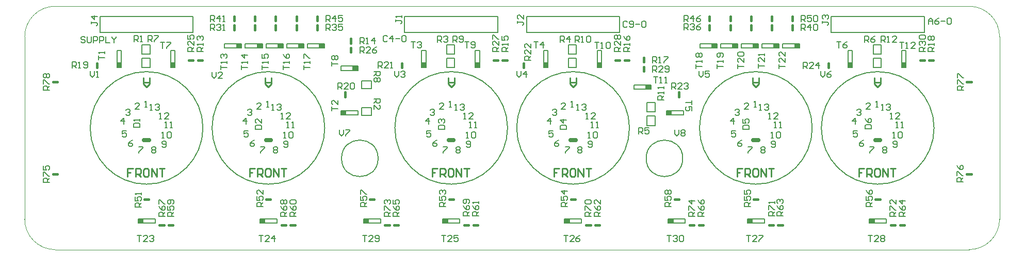
<source format=gto>
G04*
G04 #@! TF.GenerationSoftware,Altium Limited,Altium Designer,23.4.1 (23)*
G04*
G04 Layer_Color=65535*
%FSAX44Y44*%
%MOMM*%
G71*
G04*
G04 #@! TF.SameCoordinates,1AFE91A9-0CB0-4E6F-966B-FDDC03A74EF8*
G04*
G04*
G04 #@! TF.FilePolarity,Positive*
G04*
G01*
G75*
%ADD10C,0.2000*%
%ADD11C,0.7000*%
%ADD12C,0.4000*%
%ADD13C,0.1524*%
%ADD14C,0.2540*%
%ADD15C,0.2600*%
%ADD16C,0.1000*%
G36*
X01724000Y02131500D02*
X01715000D01*
Y02138500D01*
X01724000D01*
Y02131500D01*
D02*
G37*
G36*
X01690000D02*
X01681000D01*
Y02138500D01*
X01690000D01*
Y02131500D01*
D02*
G37*
G36*
X01656000D02*
X01647000D01*
Y02138500D01*
X01656000D01*
Y02131500D01*
D02*
G37*
G36*
X01546500Y02099000D02*
X01539500D01*
Y02108000D01*
X01546500D01*
Y02099000D01*
D02*
G37*
G36*
X01458500D02*
X01451500D01*
Y02108000D01*
X01458500D01*
Y02099000D01*
D02*
G37*
G36*
X01695000Y01843500D02*
X01686000D01*
Y01850500D01*
X01695000D01*
Y01843500D01*
D02*
G37*
G36*
X01495000D02*
X01486000D01*
Y01850500D01*
X01495000D01*
Y01843500D01*
D02*
G37*
G36*
X01819000Y02021500D02*
Y02028500D01*
X01828000D01*
Y02021500D01*
X01819000D01*
D02*
G37*
G36*
X01847000Y02101500D02*
Y02094500D01*
X01838000D01*
Y02101500D01*
X01847000D01*
D02*
G37*
G36*
X01758000Y02138500D02*
Y02131500D01*
X01749000D01*
Y02138500D01*
X01758000D01*
D02*
G37*
G36*
X01792000D02*
Y02131500D01*
X01783000D01*
Y02138500D01*
X01792000D01*
D02*
G37*
G36*
X01856000Y01843500D02*
Y01850500D01*
X01865000D01*
Y01843500D01*
X01856000D01*
D02*
G37*
G36*
X01986000D02*
Y01850500D01*
X01995000D01*
Y01843500D01*
X01986000D01*
D02*
G37*
G36*
X01958500Y02099000D02*
X01951500D01*
Y02108000D01*
X01958500D01*
Y02099000D01*
D02*
G37*
G36*
X02046500D02*
X02039500D01*
Y02108000D01*
X02046500D01*
Y02099000D01*
D02*
G37*
G36*
X02186000Y01843500D02*
Y01850500D01*
X02195000D01*
Y01843500D01*
X02186000D01*
D02*
G37*
G36*
X02328000Y02070500D02*
Y02063500D01*
X02319000D01*
Y02070500D01*
X02328000D01*
D02*
G37*
G36*
X02158500Y02099000D02*
X02151500D01*
Y02108000D01*
X02158500D01*
Y02099000D01*
D02*
G37*
G36*
X02246500D02*
X02239500D01*
Y02108000D01*
X02246500D01*
Y02099000D01*
D02*
G37*
G36*
X02356000Y01843500D02*
Y01850500D01*
X02365000D01*
Y01843500D01*
X02356000D01*
D02*
G37*
G36*
X02353000Y02021500D02*
Y02028500D01*
X02362000D01*
Y02021500D01*
X02353000D01*
D02*
G37*
G36*
X02436000Y02138500D02*
Y02131500D01*
X02427000D01*
Y02138500D01*
X02436000D01*
D02*
G37*
G36*
X02470000D02*
Y02131500D01*
X02461000D01*
Y02138500D01*
X02470000D01*
D02*
G37*
G36*
X02486000Y01843500D02*
Y01850500D01*
X02495000D01*
Y01843500D01*
X02486000D01*
D02*
G37*
G36*
X02686000D02*
Y01850500D01*
X02695000D01*
Y01843500D01*
X02686000D01*
D02*
G37*
G36*
X02658500Y02099000D02*
X02651500D01*
Y02108000D01*
X02658500D01*
Y02099000D01*
D02*
G37*
G36*
X02746500D02*
X02739500D01*
Y02108000D01*
X02746500D01*
Y02099000D01*
D02*
G37*
G36*
X02504000Y02138500D02*
Y02131500D01*
X02495000D01*
Y02138500D01*
X02504000D01*
D02*
G37*
G36*
X02538000D02*
Y02131500D01*
X02529000D01*
Y02138500D01*
X02538000D01*
D02*
G37*
G36*
X02572000D02*
Y02131500D01*
X02563000D01*
Y02138500D01*
X02572000D01*
D02*
G37*
D10*
X02792500Y02000000D02*
G03*
X02792500Y02000000I-00092500J00000000D01*
G01*
X02592500D02*
G03*
X02592500Y02000000I-00092500J00000000D01*
G01*
X02380000Y01950000D02*
G03*
X02380000Y01950000I-00030000J00000000D01*
G01*
X02292500Y02000000D02*
G03*
X02292500Y02000000I-00092500J00000000D01*
G01*
X02092500D02*
G03*
X02092500Y02000000I-00092500J00000000D01*
G01*
X01792500D02*
G03*
X01792500Y02000000I-00092500J00000000D01*
G01*
X01592500D02*
G03*
X01592500Y02000000I-00092500J00000000D01*
G01*
X01880000Y01950000D02*
G03*
X01880000Y01950000I-00030000J00000000D01*
G01*
X02739500Y02099000D02*
X02746500D01*
X02739500Y02127000D02*
X02746500D01*
X02739500Y02099000D02*
Y02127000D01*
X02746500Y02099000D02*
Y02127000D01*
X02705500Y02099000D02*
Y02114750D01*
X02692500Y02099000D02*
Y02114750D01*
Y02099000D02*
X02705500D01*
X02692500Y02114750D02*
X02705500D01*
Y02121000D02*
Y02136750D01*
X02692500Y02121000D02*
Y02136750D01*
Y02121000D02*
X02705500D01*
X02692500Y02136750D02*
X02705500D01*
X02651500Y02099000D02*
X02658500D01*
X02651500Y02127000D02*
X02658500D01*
X02651500Y02099000D02*
Y02127000D01*
X02658500Y02099000D02*
Y02127000D01*
X02623550Y02157000D02*
Y02183000D01*
Y02157000D02*
X02776500D01*
Y02183000D01*
X02623550D02*
X02776500D01*
X02572000Y02131500D02*
Y02138500D01*
X02544000Y02131500D02*
Y02138500D01*
Y02131500D02*
X02572000D01*
X02544000Y02138500D02*
X02572000D01*
X02538000Y02131500D02*
Y02138500D01*
X02510000Y02131500D02*
Y02138500D01*
Y02131500D02*
X02538000D01*
X02510000Y02138500D02*
X02538000D01*
X02504000Y02131500D02*
Y02138500D01*
X02476000Y02131500D02*
Y02138500D01*
Y02131500D02*
X02504000D01*
X02476000Y02138500D02*
X02504000D01*
X02470000Y02131500D02*
Y02138500D01*
X02442000Y02131500D02*
Y02138500D01*
Y02131500D02*
X02470000D01*
X02442000Y02138500D02*
X02470000D01*
X02436000Y02131500D02*
Y02138500D01*
X02408000Y02131500D02*
Y02138500D01*
Y02131500D02*
X02436000D01*
X02408000Y02138500D02*
X02436000D01*
X02353000Y02021500D02*
Y02028500D01*
X02381000Y02021500D02*
Y02028500D01*
X02353000D02*
X02381000D01*
X02353000Y02021500D02*
X02381000D01*
X02334500Y02004000D02*
Y02019750D01*
X02321500Y02004000D02*
Y02019750D01*
Y02004000D02*
X02334500D01*
X02321500Y02019750D02*
X02334500D01*
X02321500Y02026250D02*
Y02042000D01*
X02334500Y02026250D02*
Y02042000D01*
X02321500D02*
X02334500D01*
X02321500Y02026250D02*
X02334500D01*
X02328000Y02063500D02*
Y02070500D01*
X02300000Y02063500D02*
Y02070500D01*
Y02063500D02*
X02328000D01*
X02300000Y02070500D02*
X02328000D01*
X02239500Y02099000D02*
X02246500D01*
X02239500Y02127000D02*
X02246500D01*
X02239500Y02099000D02*
Y02127000D01*
X02246500Y02099000D02*
Y02127000D01*
X02205500Y02099000D02*
Y02114750D01*
X02192500Y02099000D02*
Y02114750D01*
Y02099000D02*
X02205500D01*
X02192500Y02114750D02*
X02205500D01*
Y02121000D02*
Y02136750D01*
X02192500Y02121000D02*
Y02136750D01*
Y02121000D02*
X02205500D01*
X02192500Y02136750D02*
X02205500D01*
X02151500Y02099000D02*
X02158500D01*
X02151500Y02127000D02*
X02158500D01*
X02151500Y02099000D02*
Y02127000D01*
X02158500Y02099000D02*
Y02127000D01*
X02039500Y02099000D02*
X02046500D01*
X02039500Y02127000D02*
X02046500D01*
X02039500Y02099000D02*
Y02127000D01*
X02046500Y02099000D02*
Y02127000D01*
X02005500Y02099000D02*
Y02114750D01*
X01992500Y02099000D02*
Y02114750D01*
Y02099000D02*
X02005500D01*
X01992500Y02114750D02*
X02005500D01*
Y02121000D02*
Y02136750D01*
X01992500Y02121000D02*
Y02136750D01*
Y02121000D02*
X02005500D01*
X01992500Y02136750D02*
X02005500D01*
X01951500Y02099000D02*
X01958500D01*
X01951500Y02127000D02*
X01958500D01*
X01951500Y02099000D02*
Y02127000D01*
X01958500Y02099000D02*
Y02127000D01*
X02123550Y02183000D02*
X02276500D01*
Y02157000D02*
Y02183000D01*
X02123550Y02157000D02*
X02276500D01*
X02123550D02*
Y02183000D01*
X01923550Y02157000D02*
Y02183000D01*
Y02157000D02*
X02076500D01*
Y02183000D01*
X01923550D02*
X02076500D01*
X01853250Y02033500D02*
X01869000D01*
X01853250Y02020500D02*
X01869000D01*
Y02033500D01*
X01853250Y02020500D02*
Y02033500D01*
Y02077500D02*
X01869000D01*
X01853250Y02064500D02*
X01869000D01*
Y02077500D01*
X01853250Y02064500D02*
Y02077500D01*
X01819000Y02021500D02*
Y02028500D01*
X01847000Y02021500D02*
Y02028500D01*
X01819000D02*
X01847000D01*
X01819000Y02021500D02*
X01847000D01*
Y02094500D02*
Y02101500D01*
X01819000Y02094500D02*
Y02101500D01*
Y02094500D02*
X01847000D01*
X01819000Y02101500D02*
X01847000D01*
X01792000Y02131500D02*
Y02138500D01*
X01764000Y02131500D02*
Y02138500D01*
Y02131500D02*
X01792000D01*
X01764000Y02138500D02*
X01792000D01*
X01758000Y02131500D02*
Y02138500D01*
X01730000Y02131500D02*
Y02138500D01*
Y02131500D02*
X01758000D01*
X01730000Y02138500D02*
X01758000D01*
X01724000Y02131500D02*
Y02138500D01*
X01696000Y02131500D02*
Y02138500D01*
Y02131500D02*
X01724000D01*
X01696000Y02138500D02*
X01724000D01*
X01690000Y02131500D02*
Y02138500D01*
X01662000Y02131500D02*
Y02138500D01*
Y02131500D02*
X01690000D01*
X01662000Y02138500D02*
X01690000D01*
X01656000Y02131500D02*
Y02138500D01*
X01628000Y02131500D02*
Y02138500D01*
Y02131500D02*
X01656000D01*
X01628000Y02138500D02*
X01656000D01*
X01423550Y02183000D02*
X01576500D01*
Y02157000D02*
Y02183000D01*
X01423550Y02157000D02*
X01576500D01*
X01423550D02*
Y02183000D01*
X01492500Y02136750D02*
X01505500D01*
X01492500Y02121000D02*
X01505500D01*
X01492500D02*
Y02136750D01*
X01505500Y02121000D02*
Y02136750D01*
X01492500Y02114750D02*
X01505500D01*
X01492500Y02099000D02*
X01505500D01*
X01492500D02*
Y02114750D01*
X01505500Y02099000D02*
Y02114750D01*
X01458500Y02099000D02*
Y02127000D01*
X01451500Y02099000D02*
Y02127000D01*
X01458500D01*
X01451500Y02099000D02*
X01458500D01*
X02686000Y01843500D02*
Y01850500D01*
X02714000Y01843500D02*
Y01850500D01*
X02686000D02*
X02714000D01*
X02686000Y01843500D02*
X02714000D01*
X02486000D02*
Y01850500D01*
X02514000Y01843500D02*
Y01850500D01*
X02486000D02*
X02514000D01*
X02486000Y01843500D02*
X02514000D01*
X02356000D02*
Y01850500D01*
X02384000Y01843500D02*
Y01850500D01*
X02356000D02*
X02384000D01*
X02356000Y01843500D02*
X02384000D01*
X02186000D02*
Y01850500D01*
X02214000Y01843500D02*
Y01850500D01*
X02186000D02*
X02214000D01*
X02186000Y01843500D02*
X02214000D01*
X01986000D02*
Y01850500D01*
X02014000Y01843500D02*
Y01850500D01*
X01986000D02*
X02014000D01*
X01986000Y01843500D02*
X02014000D01*
X01856000D02*
Y01850500D01*
X01884000Y01843500D02*
Y01850500D01*
X01856000D02*
X01884000D01*
X01856000Y01843500D02*
X01884000D01*
X01686000D02*
Y01850500D01*
X01714000Y01843500D02*
Y01850500D01*
X01686000D02*
X01714000D01*
X01686000Y01843500D02*
X01714000D01*
X01486000D02*
Y01850500D01*
X01514000Y01843500D02*
Y01850500D01*
X01486000D02*
X01514000D01*
X01486000Y01843500D02*
X01514000D01*
X01539500Y02099000D02*
X01546500D01*
X01539500Y02127000D02*
X01546500D01*
X01539500Y02099000D02*
Y02127000D01*
X01546500Y02099000D02*
Y02127000D01*
D11*
X02696000Y01980000D02*
X02704000D01*
X02496000D02*
X02504000D01*
X02196000D02*
X02204000D01*
X01996000D02*
X02004000D01*
X01696000D02*
X01704000D01*
X01496000D02*
X01504000D01*
D12*
X02784500Y02111000D02*
X02791500D01*
X02769500D02*
X02776500D01*
X02619000Y02099500D02*
Y02106500D01*
X02560000Y02176500D02*
Y02183500D01*
Y02161500D02*
Y02168500D01*
X02424000Y02176500D02*
Y02183500D01*
Y02161500D02*
Y02168500D01*
X02374000Y02051500D02*
Y02058500D01*
X02316000Y02093500D02*
Y02100500D01*
Y02108500D02*
Y02115500D01*
X02284500Y02111000D02*
X02291500D01*
X02269500D02*
X02276500D01*
X02119000Y02099500D02*
Y02106500D01*
X02084500Y02111000D02*
X02091500D01*
X02069500D02*
X02076500D01*
X01919000Y02099500D02*
Y02106500D01*
X01826000Y02051500D02*
Y02058500D01*
X01644000Y02176500D02*
Y02183500D01*
Y02161500D02*
Y02168500D01*
X01835000Y02124500D02*
Y02131500D01*
Y02139500D02*
Y02146500D01*
X01780000Y02161500D02*
Y02168500D01*
Y02176500D02*
Y02183500D01*
X01584500Y02111000D02*
X01591500D01*
X01569500D02*
X01576500D01*
X01419000Y02099500D02*
Y02106500D01*
X01346500Y02076000D02*
X01353500D01*
X02846500D02*
X02853500D01*
X02696500Y01882500D02*
X02703500D01*
X02496500D02*
X02503500D01*
X02366500D02*
X02373500D01*
X02196500D02*
X02203500D01*
X01996500D02*
X02003500D01*
X01866500D02*
X01873500D01*
X01696500D02*
X01703500D01*
X01496500D02*
X01503500D01*
X02736500Y01840000D02*
X02743500D01*
X02721500D02*
X02728500D01*
X02521500D02*
X02528500D01*
X02536500D02*
X02543500D01*
X02391500D02*
X02398500D01*
X02406500D02*
X02413500D01*
X02236500D02*
X02243500D01*
X02221500D02*
X02228500D01*
X02036500D02*
X02043500D01*
X02021500D02*
X02028500D01*
X01906500D02*
X01913500D01*
X01891500D02*
X01898500D01*
X01736500D02*
X01743500D01*
X01721500D02*
X01728500D01*
X01536500D02*
X01543500D01*
X01521500D02*
X01528500D01*
X01346500Y01924000D02*
X01353500D01*
X02846500D02*
X02853500D01*
X02526000Y02161500D02*
Y02168500D01*
X02492000Y02161500D02*
Y02168500D01*
X02458000Y02161500D02*
Y02168500D01*
X01746000Y02161500D02*
Y02168500D01*
X01712000Y02161500D02*
Y02168500D01*
X01678000Y02161500D02*
Y02168500D01*
X02526000Y02176500D02*
Y02183500D01*
X02492000Y02176500D02*
Y02183500D01*
X02458000Y02176500D02*
Y02183500D01*
X01746000Y02176500D02*
Y02183500D01*
X01712000Y02176500D02*
Y02183500D01*
X01678000Y02176500D02*
Y02183500D01*
D13*
X02783274Y02170774D02*
Y02177545D01*
X02786660Y02180931D01*
X02790045Y02177545D01*
Y02170774D01*
Y02175852D01*
X02783274D01*
X02800202Y02180931D02*
X02796816Y02179238D01*
X02793431Y02175852D01*
Y02172467D01*
X02795124Y02170774D01*
X02798509D01*
X02800202Y02172467D01*
Y02174160D01*
X02798509Y02175852D01*
X02793431D01*
X02803587D02*
X02810359D01*
X02813744Y02179238D02*
X02815437Y02180931D01*
X02818823D01*
X02820515Y02179238D01*
Y02172467D01*
X02818823Y02170774D01*
X02815437D01*
X02813744Y02172467D01*
Y02179238D01*
X02289295Y02173488D02*
X02287602Y02175181D01*
X02284217D01*
X02282524Y02173488D01*
Y02166717D01*
X02284217Y02165024D01*
X02287602D01*
X02289295Y02166717D01*
X02292681D02*
X02294373Y02165024D01*
X02297759D01*
X02299452Y02166717D01*
Y02173488D01*
X02297759Y02175181D01*
X02294373D01*
X02292681Y02173488D01*
Y02171795D01*
X02294373Y02170102D01*
X02299452D01*
X02302837D02*
X02309609D01*
X02312994Y02173488D02*
X02314687Y02175181D01*
X02318073D01*
X02319765Y02173488D01*
Y02166717D01*
X02318073Y02165024D01*
X02314687D01*
X02312994Y02166717D01*
Y02173488D01*
X01895295Y02150238D02*
X01893602Y02151931D01*
X01890217D01*
X01888524Y02150238D01*
Y02143467D01*
X01890217Y02141774D01*
X01893602D01*
X01895295Y02143467D01*
X01903759Y02141774D02*
Y02151931D01*
X01898681Y02146852D01*
X01905452D01*
X01908837D02*
X01915609D01*
X01918994Y02150238D02*
X01920687Y02151931D01*
X01924073D01*
X01925765Y02150238D01*
Y02143467D01*
X01924073Y02141774D01*
X01920687D01*
X01918994Y02143467D01*
Y02150238D01*
X02706000Y02029000D02*
X02709385D01*
X02707693D01*
Y02039157D01*
X02706000Y02037464D01*
X02714464D02*
X02716157Y02039157D01*
X02719542D01*
X02721235Y02037464D01*
Y02035771D01*
X02719542Y02034078D01*
X02717849D01*
X02719542D01*
X02721235Y02032386D01*
Y02030693D01*
X02719542Y02029000D01*
X02716157D01*
X02714464Y02030693D01*
X02721000Y02015000D02*
X02724386D01*
X02722693D01*
Y02025157D01*
X02721000Y02023464D01*
X02736235Y02015000D02*
X02729464D01*
X02736235Y02021771D01*
Y02023464D01*
X02734542Y02025157D01*
X02731157D01*
X02729464Y02023464D01*
X02730000Y02000000D02*
X02733386D01*
X02731693D01*
Y02010157D01*
X02730000Y02008464D01*
X02738464Y02000000D02*
X02741849D01*
X02740157D01*
Y02010157D01*
X02738464Y02008464D01*
X02725000Y01983000D02*
X02728386D01*
X02726693D01*
Y01993157D01*
X02725000Y01991464D01*
X02733464D02*
X02735157Y01993157D01*
X02738542D01*
X02740235Y01991464D01*
Y01984693D01*
X02738542Y01983000D01*
X02735157D01*
X02733464Y01984693D01*
Y01991464D01*
X02725000Y01969693D02*
X02726693Y01968000D01*
X02730078D01*
X02731771Y01969693D01*
Y01976464D01*
X02730078Y01978157D01*
X02726693D01*
X02725000Y01976464D01*
Y01974771D01*
X02726693Y01973078D01*
X02731771D01*
X02708000Y01967464D02*
X02709693Y01969157D01*
X02713078D01*
X02714771Y01967464D01*
Y01965771D01*
X02713078Y01964078D01*
X02714771Y01962386D01*
Y01960693D01*
X02713078Y01959000D01*
X02709693D01*
X02708000Y01960693D01*
Y01962386D01*
X02709693Y01964078D01*
X02708000Y01965771D01*
Y01967464D01*
X02709693Y01964078D02*
X02713078D01*
X02697000Y02034000D02*
X02700386D01*
X02698693D01*
Y02044157D01*
X02697000Y02042464D01*
X02687000Y01969157D02*
X02693771D01*
Y01967464D01*
X02687000Y01960693D01*
Y01959000D01*
X02676771Y01980157D02*
X02673386Y01978464D01*
X02670000Y01975078D01*
Y01971693D01*
X02671693Y01970000D01*
X02675078D01*
X02676771Y01971693D01*
Y01973386D01*
X02675078Y01975078D01*
X02670000D01*
X02666771Y01995157D02*
X02660000D01*
Y01990078D01*
X02663386Y01991771D01*
X02665078D01*
X02666771Y01990078D01*
Y01986693D01*
X02665078Y01985000D01*
X02661693D01*
X02660000Y01986693D01*
X02663078Y02006000D02*
Y02016157D01*
X02658000Y02011078D01*
X02664771D01*
X02666000Y02029464D02*
X02667693Y02031157D01*
X02671078D01*
X02672771Y02029464D01*
Y02027771D01*
X02671078Y02026078D01*
X02669385D01*
X02671078D01*
X02672771Y02024386D01*
Y02022693D01*
X02671078Y02021000D01*
X02667693D01*
X02666000Y02022693D01*
X02687771Y02031000D02*
X02681000D01*
X02687771Y02037771D01*
Y02039464D01*
X02686078Y02041157D01*
X02682693D01*
X02681000Y02039464D01*
X02506000Y02029000D02*
X02509386D01*
X02507693D01*
Y02039157D01*
X02506000Y02037464D01*
X02514464D02*
X02516157Y02039157D01*
X02519542D01*
X02521235Y02037464D01*
Y02035771D01*
X02519542Y02034078D01*
X02517849D01*
X02519542D01*
X02521235Y02032386D01*
Y02030693D01*
X02519542Y02029000D01*
X02516157D01*
X02514464Y02030693D01*
X02521000Y02015000D02*
X02524386D01*
X02522693D01*
Y02025157D01*
X02521000Y02023464D01*
X02536235Y02015000D02*
X02529464D01*
X02536235Y02021771D01*
Y02023464D01*
X02534542Y02025157D01*
X02531157D01*
X02529464Y02023464D01*
X02530000Y02000000D02*
X02533385D01*
X02531693D01*
Y02010157D01*
X02530000Y02008464D01*
X02538464Y02000000D02*
X02541850D01*
X02540157D01*
Y02010157D01*
X02538464Y02008464D01*
X02525000Y01983000D02*
X02528385D01*
X02526693D01*
Y01993157D01*
X02525000Y01991464D01*
X02533464D02*
X02535157Y01993157D01*
X02538542D01*
X02540235Y01991464D01*
Y01984693D01*
X02538542Y01983000D01*
X02535157D01*
X02533464Y01984693D01*
Y01991464D01*
X02525000Y01969693D02*
X02526693Y01968000D01*
X02530078D01*
X02531771Y01969693D01*
Y01976464D01*
X02530078Y01978157D01*
X02526693D01*
X02525000Y01976464D01*
Y01974771D01*
X02526693Y01973078D01*
X02531771D01*
X02508000Y01967464D02*
X02509693Y01969157D01*
X02513078D01*
X02514771Y01967464D01*
Y01965771D01*
X02513078Y01964078D01*
X02514771Y01962386D01*
Y01960693D01*
X02513078Y01959000D01*
X02509693D01*
X02508000Y01960693D01*
Y01962386D01*
X02509693Y01964078D01*
X02508000Y01965771D01*
Y01967464D01*
X02509693Y01964078D02*
X02513078D01*
X02497000Y02034000D02*
X02500386D01*
X02498693D01*
Y02044157D01*
X02497000Y02042464D01*
X02487000Y01969157D02*
X02493771D01*
Y01967464D01*
X02487000Y01960693D01*
Y01959000D01*
X02476771Y01980157D02*
X02473386Y01978464D01*
X02470000Y01975078D01*
Y01971693D01*
X02471693Y01970000D01*
X02475078D01*
X02476771Y01971693D01*
Y01973386D01*
X02475078Y01975078D01*
X02470000D01*
X02466771Y01995157D02*
X02460000D01*
Y01990078D01*
X02463385Y01991771D01*
X02465078D01*
X02466771Y01990078D01*
Y01986693D01*
X02465078Y01985000D01*
X02461693D01*
X02460000Y01986693D01*
X02463078Y02006000D02*
Y02016157D01*
X02458000Y02011078D01*
X02464771D01*
X02466000Y02029464D02*
X02467693Y02031157D01*
X02471078D01*
X02472771Y02029464D01*
Y02027771D01*
X02471078Y02026078D01*
X02469386D01*
X02471078D01*
X02472771Y02024386D01*
Y02022693D01*
X02471078Y02021000D01*
X02467693D01*
X02466000Y02022693D01*
X02487771Y02031000D02*
X02481000D01*
X02487771Y02037771D01*
Y02039464D01*
X02486078Y02041157D01*
X02482693D01*
X02481000Y02039464D01*
X02206000Y02029000D02*
X02209386D01*
X02207693D01*
Y02039157D01*
X02206000Y02037464D01*
X02214464D02*
X02216157Y02039157D01*
X02219542D01*
X02221235Y02037464D01*
Y02035771D01*
X02219542Y02034078D01*
X02217849D01*
X02219542D01*
X02221235Y02032386D01*
Y02030693D01*
X02219542Y02029000D01*
X02216157D01*
X02214464Y02030693D01*
X02221000Y02015000D02*
X02224386D01*
X02222693D01*
Y02025157D01*
X02221000Y02023464D01*
X02236235Y02015000D02*
X02229464D01*
X02236235Y02021771D01*
Y02023464D01*
X02234542Y02025157D01*
X02231157D01*
X02229464Y02023464D01*
X02230000Y02000000D02*
X02233386D01*
X02231693D01*
Y02010157D01*
X02230000Y02008464D01*
X02238464Y02000000D02*
X02241850D01*
X02240157D01*
Y02010157D01*
X02238464Y02008464D01*
X02225000Y01983000D02*
X02228386D01*
X02226693D01*
Y01993157D01*
X02225000Y01991464D01*
X02233464D02*
X02235157Y01993157D01*
X02238542D01*
X02240235Y01991464D01*
Y01984693D01*
X02238542Y01983000D01*
X02235157D01*
X02233464Y01984693D01*
Y01991464D01*
X02225000Y01969693D02*
X02226693Y01968000D01*
X02230078D01*
X02231771Y01969693D01*
Y01976464D01*
X02230078Y01978157D01*
X02226693D01*
X02225000Y01976464D01*
Y01974771D01*
X02226693Y01973078D01*
X02231771D01*
X02208000Y01967464D02*
X02209693Y01969157D01*
X02213078D01*
X02214771Y01967464D01*
Y01965771D01*
X02213078Y01964078D01*
X02214771Y01962386D01*
Y01960693D01*
X02213078Y01959000D01*
X02209693D01*
X02208000Y01960693D01*
Y01962386D01*
X02209693Y01964078D01*
X02208000Y01965771D01*
Y01967464D01*
X02209693Y01964078D02*
X02213078D01*
X02197000Y02034000D02*
X02200386D01*
X02198693D01*
Y02044157D01*
X02197000Y02042464D01*
X02187000Y01969157D02*
X02193771D01*
Y01967464D01*
X02187000Y01960693D01*
Y01959000D01*
X02176771Y01980157D02*
X02173386Y01978464D01*
X02170000Y01975078D01*
Y01971693D01*
X02171693Y01970000D01*
X02175078D01*
X02176771Y01971693D01*
Y01973386D01*
X02175078Y01975078D01*
X02170000D01*
X02166771Y01995157D02*
X02160000D01*
Y01990078D01*
X02163386Y01991771D01*
X02165078D01*
X02166771Y01990078D01*
Y01986693D01*
X02165078Y01985000D01*
X02161693D01*
X02160000Y01986693D01*
X02163078Y02006000D02*
Y02016157D01*
X02158000Y02011078D01*
X02164771D01*
X02166000Y02029464D02*
X02167693Y02031157D01*
X02171078D01*
X02172771Y02029464D01*
Y02027771D01*
X02171078Y02026078D01*
X02169386D01*
X02171078D01*
X02172771Y02024386D01*
Y02022693D01*
X02171078Y02021000D01*
X02167693D01*
X02166000Y02022693D01*
X02187771Y02031000D02*
X02181000D01*
X02187771Y02037771D01*
Y02039464D01*
X02186078Y02041157D01*
X02182693D01*
X02181000Y02039464D01*
X02006000Y02029000D02*
X02009386D01*
X02007693D01*
Y02039157D01*
X02006000Y02037464D01*
X02014464D02*
X02016157Y02039157D01*
X02019542D01*
X02021235Y02037464D01*
Y02035771D01*
X02019542Y02034078D01*
X02017849D01*
X02019542D01*
X02021235Y02032386D01*
Y02030693D01*
X02019542Y02029000D01*
X02016157D01*
X02014464Y02030693D01*
X02021000Y02015000D02*
X02024386D01*
X02022693D01*
Y02025157D01*
X02021000Y02023464D01*
X02036235Y02015000D02*
X02029464D01*
X02036235Y02021771D01*
Y02023464D01*
X02034542Y02025157D01*
X02031157D01*
X02029464Y02023464D01*
X02030000Y02000000D02*
X02033385D01*
X02031693D01*
Y02010157D01*
X02030000Y02008464D01*
X02038464Y02000000D02*
X02041850D01*
X02040157D01*
Y02010157D01*
X02038464Y02008464D01*
X02025000Y01983000D02*
X02028386D01*
X02026693D01*
Y01993157D01*
X02025000Y01991464D01*
X02033464D02*
X02035157Y01993157D01*
X02038542D01*
X02040235Y01991464D01*
Y01984693D01*
X02038542Y01983000D01*
X02035157D01*
X02033464Y01984693D01*
Y01991464D01*
X02025000Y01969693D02*
X02026693Y01968000D01*
X02030078D01*
X02031771Y01969693D01*
Y01976464D01*
X02030078Y01978157D01*
X02026693D01*
X02025000Y01976464D01*
Y01974771D01*
X02026693Y01973078D01*
X02031771D01*
X02008000Y01967464D02*
X02009693Y01969157D01*
X02013078D01*
X02014771Y01967464D01*
Y01965771D01*
X02013078Y01964078D01*
X02014771Y01962386D01*
Y01960693D01*
X02013078Y01959000D01*
X02009693D01*
X02008000Y01960693D01*
Y01962386D01*
X02009693Y01964078D01*
X02008000Y01965771D01*
Y01967464D01*
X02009693Y01964078D02*
X02013078D01*
X01997000Y02034000D02*
X02000386D01*
X01998693D01*
Y02044157D01*
X01997000Y02042464D01*
X01987000Y01969157D02*
X01993771D01*
Y01967464D01*
X01987000Y01960693D01*
Y01959000D01*
X01976771Y01980157D02*
X01973386Y01978464D01*
X01970000Y01975078D01*
Y01971693D01*
X01971693Y01970000D01*
X01975078D01*
X01976771Y01971693D01*
Y01973386D01*
X01975078Y01975078D01*
X01970000D01*
X01966771Y01995157D02*
X01960000D01*
Y01990078D01*
X01963386Y01991771D01*
X01965078D01*
X01966771Y01990078D01*
Y01986693D01*
X01965078Y01985000D01*
X01961693D01*
X01960000Y01986693D01*
X01963078Y02006000D02*
Y02016157D01*
X01958000Y02011078D01*
X01964771D01*
X01966000Y02029464D02*
X01967693Y02031157D01*
X01971078D01*
X01972771Y02029464D01*
Y02027771D01*
X01971078Y02026078D01*
X01969386D01*
X01971078D01*
X01972771Y02024386D01*
Y02022693D01*
X01971078Y02021000D01*
X01967693D01*
X01966000Y02022693D01*
X01987771Y02031000D02*
X01981000D01*
X01987771Y02037771D01*
Y02039464D01*
X01986078Y02041157D01*
X01982693D01*
X01981000Y02039464D01*
X01706000Y02029000D02*
X01709386D01*
X01707693D01*
Y02039157D01*
X01706000Y02037464D01*
X01714464D02*
X01716157Y02039157D01*
X01719542D01*
X01721235Y02037464D01*
Y02035771D01*
X01719542Y02034078D01*
X01717849D01*
X01719542D01*
X01721235Y02032386D01*
Y02030693D01*
X01719542Y02029000D01*
X01716157D01*
X01714464Y02030693D01*
X01721000Y02015000D02*
X01724386D01*
X01722693D01*
Y02025157D01*
X01721000Y02023464D01*
X01736235Y02015000D02*
X01729464D01*
X01736235Y02021771D01*
Y02023464D01*
X01734542Y02025157D01*
X01731157D01*
X01729464Y02023464D01*
X01730000Y02000000D02*
X01733385D01*
X01731693D01*
Y02010157D01*
X01730000Y02008464D01*
X01738464Y02000000D02*
X01741850D01*
X01740157D01*
Y02010157D01*
X01738464Y02008464D01*
X01725000Y01983000D02*
X01728385D01*
X01726693D01*
Y01993157D01*
X01725000Y01991464D01*
X01733464D02*
X01735157Y01993157D01*
X01738542D01*
X01740235Y01991464D01*
Y01984693D01*
X01738542Y01983000D01*
X01735157D01*
X01733464Y01984693D01*
Y01991464D01*
X01725000Y01969693D02*
X01726693Y01968000D01*
X01730078D01*
X01731771Y01969693D01*
Y01976464D01*
X01730078Y01978157D01*
X01726693D01*
X01725000Y01976464D01*
Y01974771D01*
X01726693Y01973078D01*
X01731771D01*
X01708000Y01967464D02*
X01709693Y01969157D01*
X01713078D01*
X01714771Y01967464D01*
Y01965771D01*
X01713078Y01964078D01*
X01714771Y01962386D01*
Y01960693D01*
X01713078Y01959000D01*
X01709693D01*
X01708000Y01960693D01*
Y01962386D01*
X01709693Y01964078D01*
X01708000Y01965771D01*
Y01967464D01*
X01709693Y01964078D02*
X01713078D01*
X01697000Y02034000D02*
X01700386D01*
X01698693D01*
Y02044157D01*
X01697000Y02042464D01*
X01687000Y01969157D02*
X01693771D01*
Y01967464D01*
X01687000Y01960693D01*
Y01959000D01*
X01676771Y01980157D02*
X01673386Y01978464D01*
X01670000Y01975078D01*
Y01971693D01*
X01671693Y01970000D01*
X01675078D01*
X01676771Y01971693D01*
Y01973386D01*
X01675078Y01975078D01*
X01670000D01*
X01666771Y01995157D02*
X01660000D01*
Y01990078D01*
X01663385Y01991771D01*
X01665078D01*
X01666771Y01990078D01*
Y01986693D01*
X01665078Y01985000D01*
X01661693D01*
X01660000Y01986693D01*
X01663078Y02006000D02*
Y02016157D01*
X01658000Y02011078D01*
X01664771D01*
X01666000Y02029464D02*
X01667693Y02031157D01*
X01671078D01*
X01672771Y02029464D01*
Y02027771D01*
X01671078Y02026078D01*
X01669386D01*
X01671078D01*
X01672771Y02024386D01*
Y02022693D01*
X01671078Y02021000D01*
X01667693D01*
X01666000Y02022693D01*
X01687771Y02031000D02*
X01681000D01*
X01687771Y02037771D01*
Y02039464D01*
X01686078Y02041157D01*
X01682693D01*
X01681000Y02039464D01*
X01506000Y02029000D02*
X01509386D01*
X01507693D01*
Y02039157D01*
X01506000Y02037464D01*
X01514464D02*
X01516157Y02039157D01*
X01519542D01*
X01521235Y02037464D01*
Y02035771D01*
X01519542Y02034078D01*
X01517849D01*
X01519542D01*
X01521235Y02032386D01*
Y02030693D01*
X01519542Y02029000D01*
X01516157D01*
X01514464Y02030693D01*
X01521000Y02015000D02*
X01524386D01*
X01522693D01*
Y02025157D01*
X01521000Y02023464D01*
X01536235Y02015000D02*
X01529464D01*
X01536235Y02021771D01*
Y02023464D01*
X01534542Y02025157D01*
X01531157D01*
X01529464Y02023464D01*
X01530000Y02000000D02*
X01533386D01*
X01531693D01*
Y02010157D01*
X01530000Y02008464D01*
X01538464Y02000000D02*
X01541850D01*
X01540157D01*
Y02010157D01*
X01538464Y02008464D01*
X01525000Y01983000D02*
X01528386D01*
X01526693D01*
Y01993157D01*
X01525000Y01991464D01*
X01533464D02*
X01535157Y01993157D01*
X01538542D01*
X01540235Y01991464D01*
Y01984693D01*
X01538542Y01983000D01*
X01535157D01*
X01533464Y01984693D01*
Y01991464D01*
X01525000Y01969693D02*
X01526693Y01968000D01*
X01530078D01*
X01531771Y01969693D01*
Y01976464D01*
X01530078Y01978157D01*
X01526693D01*
X01525000Y01976464D01*
Y01974771D01*
X01526693Y01973078D01*
X01531771D01*
X01508000Y01967464D02*
X01509693Y01969157D01*
X01513078D01*
X01514771Y01967464D01*
Y01965771D01*
X01513078Y01964078D01*
X01514771Y01962386D01*
Y01960693D01*
X01513078Y01959000D01*
X01509693D01*
X01508000Y01960693D01*
Y01962386D01*
X01509693Y01964078D01*
X01508000Y01965771D01*
Y01967464D01*
X01509693Y01964078D02*
X01513078D01*
X01497000Y02034000D02*
X01500386D01*
X01498693D01*
Y02044157D01*
X01497000Y02042464D01*
X01487000Y01969157D02*
X01493771D01*
Y01967464D01*
X01487000Y01960693D01*
Y01959000D01*
X01476771Y01980157D02*
X01473386Y01978464D01*
X01470000Y01975078D01*
Y01971693D01*
X01471693Y01970000D01*
X01475078D01*
X01476771Y01971693D01*
Y01973386D01*
X01475078Y01975078D01*
X01470000D01*
X01466771Y01995157D02*
X01460000D01*
Y01990078D01*
X01463386Y01991771D01*
X01465078D01*
X01466771Y01990078D01*
Y01986693D01*
X01465078Y01985000D01*
X01461693D01*
X01460000Y01986693D01*
X01463078Y02006000D02*
Y02016157D01*
X01458000Y02011078D01*
X01464771D01*
X01466000Y02029464D02*
X01467693Y02031157D01*
X01471078D01*
X01472771Y02029464D01*
Y02027771D01*
X01471078Y02026078D01*
X01469386D01*
X01471078D01*
X01472771Y02024386D01*
Y02022693D01*
X01471078Y02021000D01*
X01467693D01*
X01466000Y02022693D01*
X01487771Y02031000D02*
X01481000D01*
X01487771Y02037771D01*
Y02039464D01*
X01486078Y02041157D01*
X01482693D01*
X01481000Y02039464D01*
X01399545Y02148738D02*
X01397852Y02150431D01*
X01394467D01*
X01392774Y02148738D01*
Y02147045D01*
X01394467Y02145352D01*
X01397852D01*
X01399545Y02143660D01*
Y02141967D01*
X01397852Y02140274D01*
X01394467D01*
X01392774Y02141967D01*
X01402931Y02150431D02*
Y02141967D01*
X01404624Y02140274D01*
X01408009D01*
X01409702Y02141967D01*
Y02150431D01*
X01413087Y02140274D02*
Y02150431D01*
X01418166D01*
X01419859Y02148738D01*
Y02145352D01*
X01418166Y02143660D01*
X01413087D01*
X01423244Y02140274D02*
Y02150431D01*
X01428322D01*
X01430015Y02148738D01*
Y02145352D01*
X01428322Y02143660D01*
X01423244D01*
X01433401Y02150431D02*
Y02140274D01*
X01440172D01*
X01443558Y02150431D02*
Y02148738D01*
X01446943Y02145352D01*
X01450329Y02148738D01*
Y02150431D01*
X01446943Y02145352D02*
Y02140274D01*
X02606536Y02093078D02*
Y02086307D01*
X02609922Y02082922D01*
X02613307Y02086307D01*
Y02093078D01*
X02623464D02*
X02620078Y02091386D01*
X02616693Y02088000D01*
Y02084614D01*
X02618386Y02082922D01*
X02621771D01*
X02623464Y02084614D01*
Y02086307D01*
X02621771Y02088000D01*
X02616693D01*
X02406536Y02093078D02*
Y02086307D01*
X02409922Y02082922D01*
X02413307Y02086307D01*
Y02093078D01*
X02423464D02*
X02416693D01*
Y02088000D01*
X02420078Y02089693D01*
X02421771D01*
X02423464Y02088000D01*
Y02084614D01*
X02421771Y02082922D01*
X02418386D01*
X02416693Y02084614D01*
X02107536Y02093078D02*
Y02086307D01*
X02110922Y02082922D01*
X02114307Y02086307D01*
Y02093078D01*
X02122771Y02082922D02*
Y02093078D01*
X02117693Y02088000D01*
X02124464D01*
X01907536Y02093078D02*
Y02086307D01*
X01910922Y02082922D01*
X01914307Y02086307D01*
Y02093078D01*
X01917693Y02091386D02*
X01919386Y02093078D01*
X01922771D01*
X01924464Y02091386D01*
Y02089693D01*
X01922771Y02088000D01*
X01921078D01*
X01922771D01*
X01924464Y02086307D01*
Y02084614D01*
X01922771Y02082922D01*
X01919386D01*
X01917693Y02084614D01*
X01607536Y02092078D02*
Y02085307D01*
X01610922Y02081922D01*
X01614307Y02085307D01*
Y02092078D01*
X01624464Y02081922D02*
X01617693D01*
X01624464Y02088693D01*
Y02090386D01*
X01622771Y02092078D01*
X01619386D01*
X01617693Y02090386D01*
X01407229Y02093078D02*
Y02086307D01*
X01410614Y02082922D01*
X01414000Y02086307D01*
Y02093078D01*
X01417386Y02082922D02*
X01420771D01*
X01419078D01*
Y02093078D01*
X01417386Y02091386D01*
X02366536Y01997078D02*
Y01990307D01*
X02369922Y01986922D01*
X02373307Y01990307D01*
Y01997078D01*
X02376693Y01995386D02*
X02378386Y01997078D01*
X02381771D01*
X02383464Y01995386D01*
Y01993693D01*
X02381771Y01992000D01*
X02383464Y01990307D01*
Y01988614D01*
X02381771Y01986922D01*
X02378386D01*
X02376693Y01988614D01*
Y01990307D01*
X02378386Y01992000D01*
X02376693Y01993693D01*
Y01995386D01*
X02378386Y01992000D02*
X02381771D01*
X01816536Y01997078D02*
Y01990307D01*
X01819922Y01986922D01*
X01823307Y01990307D01*
Y01997078D01*
X01826693D02*
X01833464D01*
Y01995386D01*
X01826693Y01988614D01*
Y01986922D01*
X02354458Y01823078D02*
X02361229D01*
X02357843D01*
Y01812922D01*
X02364614Y01821386D02*
X02366307Y01823078D01*
X02369693D01*
X02371386Y01821386D01*
Y01819693D01*
X02369693Y01818000D01*
X02368000D01*
X02369693D01*
X02371386Y01816307D01*
Y01814614D01*
X02369693Y01812922D01*
X02366307D01*
X02364614Y01814614D01*
X02374771Y01821386D02*
X02376464Y01823078D01*
X02379850D01*
X02381542Y01821386D01*
Y01814614D01*
X02379850Y01812922D01*
X02376464D01*
X02374771Y01814614D01*
Y01821386D01*
X01854458Y01823078D02*
X01861229D01*
X01857843D01*
Y01812922D01*
X01871386D02*
X01864614D01*
X01871386Y01819693D01*
Y01821386D01*
X01869693Y01823078D01*
X01866307D01*
X01864614Y01821386D01*
X01874771Y01814614D02*
X01876464Y01812922D01*
X01879850D01*
X01881542Y01814614D01*
Y01821386D01*
X01879850Y01823078D01*
X01876464D01*
X01874771Y01821386D01*
Y01819693D01*
X01876464Y01818000D01*
X01881542D01*
X02684458Y01823078D02*
X02691229D01*
X02687843D01*
Y01812922D01*
X02701385D02*
X02694614D01*
X02701385Y01819693D01*
Y01821386D01*
X02699693Y01823078D01*
X02696307D01*
X02694614Y01821386D01*
X02704771D02*
X02706464Y01823078D01*
X02709850D01*
X02711542Y01821386D01*
Y01819693D01*
X02709850Y01818000D01*
X02711542Y01816307D01*
Y01814614D01*
X02709850Y01812922D01*
X02706464D01*
X02704771Y01814614D01*
Y01816307D01*
X02706464Y01818000D01*
X02704771Y01819693D01*
Y01821386D01*
X02706464Y01818000D02*
X02709850D01*
X02484458Y01823078D02*
X02491229D01*
X02487843D01*
Y01812922D01*
X02501385D02*
X02494614D01*
X02501385Y01819693D01*
Y01821386D01*
X02499693Y01823078D01*
X02496307D01*
X02494614Y01821386D01*
X02504771Y01823078D02*
X02511542D01*
Y01821386D01*
X02504771Y01814614D01*
Y01812922D01*
X02184458Y01823078D02*
X02191229D01*
X02187843D01*
Y01812922D01*
X02201386D02*
X02194614D01*
X02201386Y01819693D01*
Y01821386D01*
X02199693Y01823078D01*
X02196307D01*
X02194614Y01821386D01*
X02211542Y01823078D02*
X02208157Y01821386D01*
X02204771Y01818000D01*
Y01814614D01*
X02206464Y01812922D01*
X02209850D01*
X02211542Y01814614D01*
Y01816307D01*
X02209850Y01818000D01*
X02204771D01*
X01984458Y01823078D02*
X01991229D01*
X01987843D01*
Y01812922D01*
X02001386D02*
X01994614D01*
X02001386Y01819693D01*
Y01821386D01*
X01999693Y01823078D01*
X01996307D01*
X01994614Y01821386D01*
X02011542Y01823078D02*
X02004771D01*
Y01818000D01*
X02008157Y01819693D01*
X02009850D01*
X02011542Y01818000D01*
Y01814614D01*
X02009850Y01812922D01*
X02006464D01*
X02004771Y01814614D01*
X01684458Y01823078D02*
X01691229D01*
X01687843D01*
Y01812922D01*
X01701385D02*
X01694614D01*
X01701385Y01819693D01*
Y01821386D01*
X01699693Y01823078D01*
X01696307D01*
X01694614Y01821386D01*
X01709850Y01812922D02*
Y01823078D01*
X01704771Y01818000D01*
X01711542D01*
X01484458Y01823078D02*
X01491229D01*
X01487843D01*
Y01812922D01*
X01501386D02*
X01494614D01*
X01501386Y01819693D01*
Y01821386D01*
X01499693Y01823078D01*
X01496307D01*
X01494614Y01821386D01*
X01504771D02*
X01506464Y01823078D01*
X01509850D01*
X01511542Y01821386D01*
Y01819693D01*
X01509850Y01818000D01*
X01508157D01*
X01509850D01*
X01511542Y01816307D01*
Y01814614D01*
X01509850Y01812922D01*
X01506464D01*
X01504771Y01814614D01*
X02537922Y02097458D02*
Y02104229D01*
Y02100843D01*
X02548078D01*
Y02114386D02*
Y02107614D01*
X02541307Y02114386D01*
X02539614D01*
X02537922Y02112693D01*
Y02109307D01*
X02539614Y02107614D01*
X02548078Y02124542D02*
Y02117771D01*
X02541307Y02124542D01*
X02539614D01*
X02537922Y02122849D01*
Y02119464D01*
X02539614Y02117771D01*
X02503922Y02098150D02*
Y02104922D01*
Y02101536D01*
X02514078D01*
Y02115078D02*
Y02108307D01*
X02507307Y02115078D01*
X02505614D01*
X02503922Y02113386D01*
Y02110000D01*
X02505614Y02108307D01*
X02514078Y02118464D02*
Y02121850D01*
Y02120157D01*
X02503922D01*
X02505614Y02118464D01*
X02469922Y02097458D02*
Y02104229D01*
Y02100843D01*
X02480078D01*
Y02114386D02*
Y02107614D01*
X02473307Y02114386D01*
X02471614D01*
X02469922Y02112693D01*
Y02109307D01*
X02471614Y02107614D01*
Y02117771D02*
X02469922Y02119464D01*
Y02122849D01*
X02471614Y02124542D01*
X02478386D01*
X02480078Y02122849D01*
Y02119464D01*
X02478386Y02117771D01*
X02471614D01*
X02435922Y02097304D02*
Y02104075D01*
Y02100690D01*
X02446078D01*
Y02107461D02*
Y02110846D01*
Y02109154D01*
X02435922D01*
X02437614Y02107461D01*
X02444386Y02115925D02*
X02446078Y02117618D01*
Y02121003D01*
X02444386Y02122696D01*
X02437614D01*
X02435922Y02121003D01*
Y02117618D01*
X02437614Y02115925D01*
X02439307D01*
X02441000Y02117618D01*
Y02122696D01*
X02401922Y02097304D02*
Y02104075D01*
Y02100690D01*
X02412078D01*
Y02107461D02*
Y02110846D01*
Y02109154D01*
X02401922D01*
X02403614Y02107461D01*
Y02115925D02*
X02401922Y02117618D01*
Y02121003D01*
X02403614Y02122696D01*
X02405307D01*
X02407000Y02121003D01*
X02408693Y02122696D01*
X02410386D01*
X02412078Y02121003D01*
Y02117618D01*
X02410386Y02115925D01*
X02408693D01*
X02407000Y02117618D01*
X02405307Y02115925D01*
X02403614D01*
X02407000Y02117618D02*
Y02121003D01*
X01757922Y02096304D02*
Y02103075D01*
Y02099690D01*
X01768078D01*
Y02106461D02*
Y02109846D01*
Y02108154D01*
X01757922D01*
X01759614Y02106461D01*
X01757922Y02114925D02*
Y02121696D01*
X01759614D01*
X01766385Y02114925D01*
X01768078D01*
X01723922Y02096304D02*
Y02103075D01*
Y02099690D01*
X01734078D01*
Y02106461D02*
Y02109846D01*
Y02108154D01*
X01723922D01*
X01725614Y02106461D01*
X01723922Y02121696D02*
X01725614Y02118310D01*
X01729000Y02114925D01*
X01732386D01*
X01734078Y02116618D01*
Y02120003D01*
X01732386Y02121696D01*
X01730693D01*
X01729000Y02120003D01*
Y02114925D01*
X01689922Y02096304D02*
Y02103075D01*
Y02099690D01*
X01700078D01*
Y02106461D02*
Y02109846D01*
Y02108154D01*
X01689922D01*
X01691614Y02106461D01*
X01689922Y02121696D02*
Y02114925D01*
X01695000D01*
X01693307Y02118310D01*
Y02120003D01*
X01695000Y02121696D01*
X01698386D01*
X01700078Y02120003D01*
Y02116618D01*
X01698386Y02114925D01*
X01655922Y02096304D02*
Y02103075D01*
Y02099690D01*
X01666078D01*
Y02106461D02*
Y02109846D01*
Y02108154D01*
X01655922D01*
X01657614Y02106461D01*
X01666078Y02120003D02*
X01655922D01*
X01661000Y02114925D01*
Y02121696D01*
X01621922Y02096304D02*
Y02103075D01*
Y02099690D01*
X01632078D01*
Y02106461D02*
Y02109846D01*
Y02108154D01*
X01621922D01*
X01623614Y02106461D01*
Y02114925D02*
X01621922Y02116618D01*
Y02120003D01*
X01623614Y02121696D01*
X01625307D01*
X01627000Y02120003D01*
Y02118310D01*
Y02120003D01*
X01628693Y02121696D01*
X01630386D01*
X01632078Y02120003D01*
Y02116618D01*
X01630386Y02114925D01*
X02736304Y02141078D02*
X02743075D01*
X02739690D01*
Y02130922D01*
X02746461D02*
X02749846D01*
X02748154D01*
Y02141078D01*
X02746461Y02139386D01*
X02761696Y02130922D02*
X02754925D01*
X02761696Y02137693D01*
Y02139386D01*
X02760003Y02141078D01*
X02756617D01*
X02754925Y02139386D01*
X02331997Y02084078D02*
X02338768D01*
X02335383D01*
Y02073922D01*
X02342154D02*
X02345539D01*
X02343846D01*
Y02084078D01*
X02342154Y02082386D01*
X02350618Y02073922D02*
X02354003D01*
X02352310D01*
Y02084078D01*
X02350618Y02082386D01*
X02235304Y02141078D02*
X02242075D01*
X02238690D01*
Y02130922D01*
X02245461D02*
X02248846D01*
X02247154D01*
Y02141078D01*
X02245461Y02139386D01*
X02253925D02*
X02255618Y02141078D01*
X02259003D01*
X02260696Y02139386D01*
Y02132614D01*
X02259003Y02130922D01*
X02255618D01*
X02253925Y02132614D01*
Y02139386D01*
X02022536Y02142078D02*
X02029307D01*
X02025922D01*
Y02131922D01*
X02032693Y02133615D02*
X02034386Y02131922D01*
X02037771D01*
X02039464Y02133615D01*
Y02140386D01*
X02037771Y02142078D01*
X02034386D01*
X02032693Y02140386D01*
Y02138693D01*
X02034386Y02137000D01*
X02039464D01*
X01803922Y02101536D02*
Y02108307D01*
Y02104922D01*
X01814078D01*
X01805614Y02111693D02*
X01803922Y02113386D01*
Y02116771D01*
X01805614Y02118464D01*
X01807307D01*
X01809000Y02116771D01*
X01810693Y02118464D01*
X01812386D01*
X01814078Y02116771D01*
Y02113386D01*
X01812386Y02111693D01*
X01810693D01*
X01809000Y02113386D01*
X01807307Y02111693D01*
X01805614D01*
X01809000Y02113386D02*
Y02116771D01*
X01522536Y02141078D02*
X01529307D01*
X01525922D01*
Y02130922D01*
X01532693Y02141078D02*
X01539464D01*
Y02139386D01*
X01532693Y02132614D01*
Y02130922D01*
X02632536Y02142078D02*
X02639307D01*
X02635922D01*
Y02131922D01*
X02649464Y02142078D02*
X02646078Y02140386D01*
X02642693Y02137000D01*
Y02133615D01*
X02644386Y02131922D01*
X02647771D01*
X02649464Y02133615D01*
Y02135307D01*
X02647771Y02137000D01*
X02642693D01*
X02395078Y02045464D02*
Y02038693D01*
Y02042078D01*
X02384922D01*
X02395078Y02028536D02*
Y02035307D01*
X02390000D01*
X02391693Y02031922D01*
Y02030229D01*
X02390000Y02028536D01*
X02386614D01*
X02384922Y02030229D01*
Y02033614D01*
X02386614Y02035307D01*
X02135536Y02142078D02*
X02142307D01*
X02138922D01*
Y02131922D01*
X02150771D02*
Y02142078D01*
X02145693Y02137000D01*
X02152464D01*
X01934536Y02142078D02*
X01941307D01*
X01937922D01*
Y02131922D01*
X01944693Y02140386D02*
X01946386Y02142078D01*
X01949771D01*
X01951464Y02140386D01*
Y02138693D01*
X01949771Y02137000D01*
X01948078D01*
X01949771D01*
X01951464Y02135307D01*
Y02133615D01*
X01949771Y02131922D01*
X01946386D01*
X01944693Y02133615D01*
X01803922Y02028536D02*
Y02035307D01*
Y02031922D01*
X01814078D01*
Y02045464D02*
Y02038693D01*
X01807307Y02045464D01*
X01805614D01*
X01803922Y02043771D01*
Y02040386D01*
X01805614Y02038693D01*
X01420922Y02112229D02*
Y02119000D01*
Y02115614D01*
X01431078D01*
Y02122386D02*
Y02125771D01*
Y02124078D01*
X01420922D01*
X01422614Y02122386D01*
X01341078Y02062458D02*
X01330922D01*
Y02067536D01*
X01332614Y02069229D01*
X01336000D01*
X01337693Y02067536D01*
Y02062458D01*
Y02065843D02*
X01341078Y02069229D01*
X01330922Y02072614D02*
Y02079386D01*
X01332614D01*
X01339386Y02072614D01*
X01341078D01*
X01332614Y02082771D02*
X01330922Y02084464D01*
Y02087849D01*
X01332614Y02089542D01*
X01334307D01*
X01336000Y02087849D01*
X01337693Y02089542D01*
X01339386D01*
X01341078Y02087849D01*
Y02084464D01*
X01339386Y02082771D01*
X01337693D01*
X01336000Y02084464D01*
X01334307Y02082771D01*
X01332614D01*
X01336000Y02084464D02*
Y02087849D01*
X02841078Y02062458D02*
X02830922D01*
Y02067536D01*
X02832614Y02069229D01*
X02836000D01*
X02837693Y02067536D01*
Y02062458D01*
Y02065843D02*
X02841078Y02069229D01*
X02830922Y02072614D02*
Y02079386D01*
X02832614D01*
X02839386Y02072614D01*
X02841078D01*
X02830922Y02082771D02*
Y02089542D01*
X02832614D01*
X02839386Y02082771D01*
X02841078D01*
X02840078Y01911458D02*
X02829922D01*
Y01916536D01*
X02831614Y01918229D01*
X02835000D01*
X02836693Y01916536D01*
Y01911458D01*
Y01914843D02*
X02840078Y01918229D01*
X02829922Y01921614D02*
Y01928386D01*
X02831614D01*
X02838386Y01921614D01*
X02840078D01*
X02829922Y01938542D02*
X02831614Y01935157D01*
X02835000Y01931771D01*
X02838386D01*
X02840078Y01933464D01*
Y01936850D01*
X02838386Y01938542D01*
X02836693D01*
X02835000Y01936850D01*
Y01931771D01*
X01341078Y01910458D02*
X01330922D01*
Y01915536D01*
X01332614Y01917229D01*
X01336000D01*
X01337693Y01915536D01*
Y01910458D01*
Y01913843D02*
X01341078Y01917229D01*
X01330922Y01920614D02*
Y01927386D01*
X01332614D01*
X01339386Y01920614D01*
X01341078D01*
X01330922Y01937542D02*
Y01930771D01*
X01336000D01*
X01334307Y01934157D01*
Y01935849D01*
X01336000Y01937542D01*
X01339386D01*
X01341078Y01935849D01*
Y01932464D01*
X01339386Y01930771D01*
X02400078Y01854458D02*
X02389922D01*
Y01859536D01*
X02391614Y01861229D01*
X02395000D01*
X02396693Y01859536D01*
Y01854458D01*
Y01857843D02*
X02400078Y01861229D01*
X02389922Y01864614D02*
Y01871386D01*
X02391614D01*
X02398386Y01864614D01*
X02400078D01*
Y01879850D02*
X02389922D01*
X02395000Y01874771D01*
Y01881542D01*
X01900078Y01854458D02*
X01889922D01*
Y01859536D01*
X01891614Y01861229D01*
X01895000D01*
X01896693Y01859536D01*
Y01854458D01*
Y01857843D02*
X01900078Y01861229D01*
X01889922Y01864615D02*
Y01871386D01*
X01891614D01*
X01898385Y01864615D01*
X01900078D01*
X01891614Y01874771D02*
X01889922Y01876464D01*
Y01879850D01*
X01891614Y01881542D01*
X01893307D01*
X01895000Y01879850D01*
Y01878157D01*
Y01879850D01*
X01896693Y01881542D01*
X01898385D01*
X01900078Y01879850D01*
Y01876464D01*
X01898385Y01874771D01*
X02730078Y01854458D02*
X02719922D01*
Y01859536D01*
X02721614Y01861229D01*
X02725000D01*
X02726693Y01859536D01*
Y01854458D01*
Y01857843D02*
X02730078Y01861229D01*
X02719922Y01864614D02*
Y01871386D01*
X02721614D01*
X02728386Y01864614D01*
X02730078D01*
Y01881542D02*
Y01874771D01*
X02723307Y01881542D01*
X02721614D01*
X02719922Y01879850D01*
Y01876464D01*
X02721614Y01874771D01*
X02531078Y01855150D02*
X02520922D01*
Y01860229D01*
X02522614Y01861922D01*
X02526000D01*
X02527693Y01860229D01*
Y01855150D01*
Y01858536D02*
X02531078Y01861922D01*
X02520922Y01865307D02*
Y01872078D01*
X02522614D01*
X02529386Y01865307D01*
X02531078D01*
Y01875464D02*
Y01878849D01*
Y01877157D01*
X02520922D01*
X02522614Y01875464D01*
X02230078Y01854458D02*
X02219922D01*
Y01859536D01*
X02221614Y01861229D01*
X02225000D01*
X02226693Y01859536D01*
Y01854458D01*
Y01857843D02*
X02230078Y01861229D01*
X02219922Y01864614D02*
Y01871386D01*
X02221614D01*
X02228386Y01864614D01*
X02230078D01*
X02221614Y01874771D02*
X02219922Y01876464D01*
Y01879850D01*
X02221614Y01881542D01*
X02228386D01*
X02230078Y01879850D01*
Y01876464D01*
X02228386Y01874771D01*
X02221614D01*
X02030078Y01855458D02*
X02019922D01*
Y01860536D01*
X02021614Y01862229D01*
X02025000D01*
X02026693Y01860536D01*
Y01855458D01*
Y01858843D02*
X02030078Y01862229D01*
X02019922Y01872386D02*
X02021614Y01869000D01*
X02025000Y01865614D01*
X02028386D01*
X02030078Y01867307D01*
Y01870693D01*
X02028386Y01872386D01*
X02026693D01*
X02025000Y01870693D01*
Y01865614D01*
X02028386Y01875771D02*
X02030078Y01877464D01*
Y01880849D01*
X02028386Y01882542D01*
X02021614D01*
X02019922Y01880849D01*
Y01877464D01*
X02021614Y01875771D01*
X02023307D01*
X02025000Y01877464D01*
Y01882542D01*
X01730078Y01854458D02*
X01719922D01*
Y01859536D01*
X01721614Y01861229D01*
X01725000D01*
X01726693Y01859536D01*
Y01854458D01*
Y01857843D02*
X01730078Y01861229D01*
X01719922Y01871386D02*
X01721614Y01868000D01*
X01725000Y01864614D01*
X01728385D01*
X01730078Y01866307D01*
Y01869693D01*
X01728385Y01871386D01*
X01726693D01*
X01725000Y01869693D01*
Y01864614D01*
X01721614Y01874771D02*
X01719922Y01876464D01*
Y01879850D01*
X01721614Y01881542D01*
X01723307D01*
X01725000Y01879850D01*
X01726693Y01881542D01*
X01728385D01*
X01730078Y01879850D01*
Y01876464D01*
X01728385Y01874771D01*
X01726693D01*
X01725000Y01876464D01*
X01723307Y01874771D01*
X01721614D01*
X01725000Y01876464D02*
Y01879850D01*
X01530078Y01854458D02*
X01519922D01*
Y01859536D01*
X01521614Y01861229D01*
X01525000D01*
X01526693Y01859536D01*
Y01854458D01*
Y01857843D02*
X01530078Y01861229D01*
X01519922Y01871386D02*
X01521614Y01868000D01*
X01525000Y01864615D01*
X01528385D01*
X01530078Y01866307D01*
Y01869693D01*
X01528385Y01871386D01*
X01526693D01*
X01525000Y01869693D01*
Y01864615D01*
X01519922Y01874771D02*
Y01881542D01*
X01521614D01*
X01528385Y01874771D01*
X01530078D01*
X02415078Y01854458D02*
X02404922D01*
Y01859536D01*
X02406614Y01861229D01*
X02410000D01*
X02411693Y01859536D01*
Y01854458D01*
Y01857843D02*
X02415078Y01861229D01*
X02404922Y01871386D02*
X02406614Y01868000D01*
X02410000Y01864614D01*
X02413385D01*
X02415078Y01866307D01*
Y01869693D01*
X02413385Y01871386D01*
X02411693D01*
X02410000Y01869693D01*
Y01864614D01*
X02404922Y01881542D02*
X02406614Y01878157D01*
X02410000Y01874771D01*
X02413385D01*
X02415078Y01876464D01*
Y01879850D01*
X02413385Y01881542D01*
X02411693D01*
X02410000Y01879850D01*
Y01874771D01*
X01915078Y01854458D02*
X01904922D01*
Y01859536D01*
X01906614Y01861229D01*
X01910000D01*
X01911693Y01859536D01*
Y01854458D01*
Y01857843D02*
X01915078Y01861229D01*
X01904922Y01871386D02*
X01906614Y01868000D01*
X01910000Y01864615D01*
X01913385D01*
X01915078Y01866307D01*
Y01869693D01*
X01913385Y01871386D01*
X01911693D01*
X01910000Y01869693D01*
Y01864615D01*
X01904922Y01881542D02*
Y01874771D01*
X01910000D01*
X01908307Y01878157D01*
Y01879850D01*
X01910000Y01881542D01*
X01913385D01*
X01915078Y01879850D01*
Y01876464D01*
X01913385Y01874771D01*
X02745078Y01854458D02*
X02734922D01*
Y01859536D01*
X02736614Y01861229D01*
X02740000D01*
X02741693Y01859536D01*
Y01854458D01*
Y01857843D02*
X02745078Y01861229D01*
X02734922Y01871386D02*
X02736614Y01868000D01*
X02740000Y01864615D01*
X02743386D01*
X02745078Y01866307D01*
Y01869693D01*
X02743386Y01871386D01*
X02741693D01*
X02740000Y01869693D01*
Y01864615D01*
X02745078Y01879850D02*
X02734922D01*
X02740000Y01874771D01*
Y01881542D01*
X02545078Y01855458D02*
X02534922D01*
Y01860536D01*
X02536614Y01862229D01*
X02540000D01*
X02541693Y01860536D01*
Y01855458D01*
Y01858843D02*
X02545078Y01862229D01*
X02534922Y01872386D02*
X02536614Y01869000D01*
X02540000Y01865614D01*
X02543386D01*
X02545078Y01867307D01*
Y01870693D01*
X02543386Y01872386D01*
X02541693D01*
X02540000Y01870693D01*
Y01865614D01*
X02536614Y01875771D02*
X02534922Y01877464D01*
Y01880849D01*
X02536614Y01882542D01*
X02538307D01*
X02540000Y01880849D01*
Y01879157D01*
Y01880849D01*
X02541693Y01882542D01*
X02543386D01*
X02545078Y01880849D01*
Y01877464D01*
X02543386Y01875771D01*
X02245078Y01854458D02*
X02234922D01*
Y01859536D01*
X02236614Y01861229D01*
X02240000D01*
X02241693Y01859536D01*
Y01854458D01*
Y01857843D02*
X02245078Y01861229D01*
X02234922Y01871386D02*
X02236614Y01868000D01*
X02240000Y01864615D01*
X02243385D01*
X02245078Y01866307D01*
Y01869693D01*
X02243385Y01871386D01*
X02241693D01*
X02240000Y01869693D01*
Y01864615D01*
X02245078Y01881542D02*
Y01874771D01*
X02238307Y01881542D01*
X02236614D01*
X02234922Y01879850D01*
Y01876464D01*
X02236614Y01874771D01*
X02045078Y01855150D02*
X02034922D01*
Y01860229D01*
X02036614Y01861922D01*
X02040000D01*
X02041693Y01860229D01*
Y01855150D01*
Y01858536D02*
X02045078Y01861922D01*
X02034922Y01872078D02*
X02036614Y01868693D01*
X02040000Y01865307D01*
X02043385D01*
X02045078Y01867000D01*
Y01870386D01*
X02043385Y01872078D01*
X02041693D01*
X02040000Y01870386D01*
Y01865307D01*
X02045078Y01875464D02*
Y01878849D01*
Y01877157D01*
X02034922D01*
X02036614Y01875464D01*
X01745078Y01854458D02*
X01734922D01*
Y01859536D01*
X01736614Y01861229D01*
X01740000D01*
X01741693Y01859536D01*
Y01854458D01*
Y01857843D02*
X01745078Y01861229D01*
X01734922Y01871386D02*
X01736614Y01868000D01*
X01740000Y01864614D01*
X01743386D01*
X01745078Y01866307D01*
Y01869693D01*
X01743386Y01871386D01*
X01741693D01*
X01740000Y01869693D01*
Y01864614D01*
X01736614Y01874771D02*
X01734922Y01876464D01*
Y01879850D01*
X01736614Y01881542D01*
X01743386D01*
X01745078Y01879850D01*
Y01876464D01*
X01743386Y01874771D01*
X01736614D01*
X01545078Y01854458D02*
X01534922D01*
Y01859536D01*
X01536614Y01861229D01*
X01540000D01*
X01541693Y01859536D01*
Y01854458D01*
Y01857843D02*
X01545078Y01861229D01*
X01534922Y01871386D02*
Y01864614D01*
X01540000D01*
X01538307Y01868000D01*
Y01869693D01*
X01540000Y01871386D01*
X01543386D01*
X01545078Y01869693D01*
Y01866307D01*
X01543386Y01864614D01*
Y01874771D02*
X01545078Y01876464D01*
Y01879850D01*
X01543386Y01881542D01*
X01536614D01*
X01534922Y01879850D01*
Y01876464D01*
X01536614Y01874771D01*
X01538307D01*
X01540000Y01876464D01*
Y01881542D01*
X02361078Y01870458D02*
X02350922D01*
Y01875536D01*
X02352614Y01877229D01*
X02356000D01*
X02357693Y01875536D01*
Y01870458D01*
Y01873843D02*
X02361078Y01877229D01*
X02350922Y01887386D02*
Y01880614D01*
X02356000D01*
X02354307Y01884000D01*
Y01885693D01*
X02356000Y01887386D01*
X02359386D01*
X02361078Y01885693D01*
Y01882307D01*
X02359386Y01880614D01*
X02352614Y01890771D02*
X02350922Y01892464D01*
Y01895849D01*
X02352614Y01897542D01*
X02354307D01*
X02356000Y01895849D01*
X02357693Y01897542D01*
X02359386D01*
X02361078Y01895849D01*
Y01892464D01*
X02359386Y01890771D01*
X02357693D01*
X02356000Y01892464D01*
X02354307Y01890771D01*
X02352614D01*
X02356000Y01892464D02*
Y01895849D01*
X01861078Y01870458D02*
X01850922D01*
Y01875536D01*
X01852614Y01877229D01*
X01856000D01*
X01857693Y01875536D01*
Y01870458D01*
Y01873843D02*
X01861078Y01877229D01*
X01850922Y01887386D02*
Y01880614D01*
X01856000D01*
X01854307Y01884000D01*
Y01885693D01*
X01856000Y01887386D01*
X01859386D01*
X01861078Y01885693D01*
Y01882307D01*
X01859386Y01880614D01*
X01850922Y01890771D02*
Y01897542D01*
X01852614D01*
X01859386Y01890771D01*
X01861078D01*
X02691078Y01870458D02*
X02680922D01*
Y01875536D01*
X02682614Y01877229D01*
X02686000D01*
X02687693Y01875536D01*
Y01870458D01*
Y01873843D02*
X02691078Y01877229D01*
X02680922Y01887386D02*
Y01880614D01*
X02686000D01*
X02684307Y01884000D01*
Y01885693D01*
X02686000Y01887386D01*
X02689386D01*
X02691078Y01885693D01*
Y01882307D01*
X02689386Y01880614D01*
X02680922Y01897542D02*
X02682614Y01894157D01*
X02686000Y01890771D01*
X02689386D01*
X02691078Y01892464D01*
Y01895849D01*
X02689386Y01897542D01*
X02687693D01*
X02686000Y01895849D01*
Y01890771D01*
X02491078Y01870458D02*
X02480922D01*
Y01875536D01*
X02482614Y01877229D01*
X02486000D01*
X02487693Y01875536D01*
Y01870458D01*
Y01873843D02*
X02491078Y01877229D01*
X02480922Y01887386D02*
Y01880614D01*
X02486000D01*
X02484307Y01884000D01*
Y01885693D01*
X02486000Y01887386D01*
X02489386D01*
X02491078Y01885693D01*
Y01882307D01*
X02489386Y01880614D01*
X02480922Y01897542D02*
Y01890771D01*
X02486000D01*
X02484307Y01894157D01*
Y01895849D01*
X02486000Y01897542D01*
X02489386D01*
X02491078Y01895849D01*
Y01892464D01*
X02489386Y01890771D01*
X02191078Y01870458D02*
X02180922D01*
Y01875536D01*
X02182614Y01877229D01*
X02186000D01*
X02187693Y01875536D01*
Y01870458D01*
Y01873843D02*
X02191078Y01877229D01*
X02180922Y01887386D02*
Y01880614D01*
X02186000D01*
X02184307Y01884000D01*
Y01885693D01*
X02186000Y01887386D01*
X02189386D01*
X02191078Y01885693D01*
Y01882307D01*
X02189386Y01880614D01*
X02191078Y01895849D02*
X02180922D01*
X02186000Y01890771D01*
Y01897542D01*
X01991078Y01870458D02*
X01980922D01*
Y01875536D01*
X01982614Y01877229D01*
X01986000D01*
X01987693Y01875536D01*
Y01870458D01*
Y01873843D02*
X01991078Y01877229D01*
X01980922Y01887386D02*
Y01880614D01*
X01986000D01*
X01984307Y01884000D01*
Y01885693D01*
X01986000Y01887386D01*
X01989386D01*
X01991078Y01885693D01*
Y01882307D01*
X01989386Y01880614D01*
X01982614Y01890771D02*
X01980922Y01892464D01*
Y01895849D01*
X01982614Y01897542D01*
X01984307D01*
X01986000Y01895849D01*
Y01894157D01*
Y01895849D01*
X01987693Y01897542D01*
X01989386D01*
X01991078Y01895849D01*
Y01892464D01*
X01989386Y01890771D01*
X01691078Y01870458D02*
X01680922D01*
Y01875536D01*
X01682614Y01877229D01*
X01686000D01*
X01687693Y01875536D01*
Y01870458D01*
Y01873843D02*
X01691078Y01877229D01*
X01680922Y01887386D02*
Y01880614D01*
X01686000D01*
X01684307Y01884000D01*
Y01885693D01*
X01686000Y01887386D01*
X01689386D01*
X01691078Y01885693D01*
Y01882307D01*
X01689386Y01880614D01*
X01691078Y01897542D02*
Y01890771D01*
X01684307Y01897542D01*
X01682614D01*
X01680922Y01895849D01*
Y01892464D01*
X01682614Y01890771D01*
X01491078Y01870150D02*
X01480922D01*
Y01875229D01*
X01482614Y01876922D01*
X01486000D01*
X01487693Y01875229D01*
Y01870150D01*
Y01873536D02*
X01491078Y01876922D01*
X01480922Y01887078D02*
Y01880307D01*
X01486000D01*
X01484307Y01883693D01*
Y01885386D01*
X01486000Y01887078D01*
X01489386D01*
X01491078Y01885386D01*
Y01882000D01*
X01489386Y01880307D01*
X01491078Y01890464D02*
Y01893849D01*
Y01892157D01*
X01480922D01*
X01482614Y01890464D01*
X02574458Y02174922D02*
Y02185078D01*
X02579536D01*
X02581229Y02183386D01*
Y02180000D01*
X02579536Y02178307D01*
X02574458D01*
X02577843D02*
X02581229Y02174922D01*
X02591385Y02185078D02*
X02584614D01*
Y02180000D01*
X02588000Y02181693D01*
X02589693D01*
X02591385Y02180000D01*
Y02176614D01*
X02589693Y02174922D01*
X02586307D01*
X02584614Y02176614D01*
X02594771Y02183386D02*
X02596464Y02185078D01*
X02599850D01*
X02601542Y02183386D01*
Y02176614D01*
X02599850Y02174922D01*
X02596464D01*
X02594771Y02176614D01*
Y02183386D01*
X02382458Y02174922D02*
Y02185078D01*
X02387536D01*
X02389229Y02183386D01*
Y02180000D01*
X02387536Y02178307D01*
X02382458D01*
X02385843D02*
X02389229Y02174922D01*
X02397693D02*
Y02185078D01*
X02392614Y02180000D01*
X02399386D01*
X02409542Y02185078D02*
X02406157Y02183386D01*
X02402771Y02180000D01*
Y02176614D01*
X02404464Y02174922D01*
X02407849D01*
X02409542Y02176614D01*
Y02178307D01*
X02407849Y02180000D01*
X02402771D01*
X01794458Y02174922D02*
Y02185078D01*
X01799536D01*
X01801229Y02183386D01*
Y02180000D01*
X01799536Y02178307D01*
X01794458D01*
X01797843D02*
X01801229Y02174922D01*
X01809693D02*
Y02185078D01*
X01804614Y02180000D01*
X01811386D01*
X01821542Y02185078D02*
X01814771D01*
Y02180000D01*
X01818157Y02181693D01*
X01819850D01*
X01821542Y02180000D01*
Y02176615D01*
X01819850Y02174922D01*
X01816464D01*
X01814771Y02176615D01*
X01605150Y02174922D02*
Y02185078D01*
X01610229D01*
X01611922Y02183386D01*
Y02180000D01*
X01610229Y02178307D01*
X01605150D01*
X01608536D02*
X01611922Y02174922D01*
X01620386D02*
Y02185078D01*
X01615307Y02180000D01*
X01622078D01*
X01625464Y02174922D02*
X01628849D01*
X01627157D01*
Y02185078D01*
X01625464Y02183386D01*
X02574458Y02159922D02*
Y02170078D01*
X02579536D01*
X02581229Y02168386D01*
Y02165000D01*
X02579536Y02163307D01*
X02574458D01*
X02577843D02*
X02581229Y02159922D01*
X02589693D02*
Y02170078D01*
X02584614Y02165000D01*
X02591385D01*
X02594771Y02168386D02*
X02596464Y02170078D01*
X02599850D01*
X02601542Y02168386D01*
Y02161614D01*
X02599850Y02159922D01*
X02596464D01*
X02594771Y02161614D01*
Y02168386D01*
X02382458Y02160922D02*
Y02171078D01*
X02387536D01*
X02389229Y02169386D01*
Y02166000D01*
X02387536Y02164307D01*
X02382458D01*
X02385843D02*
X02389229Y02160922D01*
X02392614Y02169386D02*
X02394307Y02171078D01*
X02397693D01*
X02399386Y02169386D01*
Y02167693D01*
X02397693Y02166000D01*
X02396000D01*
X02397693D01*
X02399386Y02164307D01*
Y02162614D01*
X02397693Y02160922D01*
X02394307D01*
X02392614Y02162614D01*
X02409542Y02171078D02*
X02406157Y02169386D01*
X02402771Y02166000D01*
Y02162614D01*
X02404464Y02160922D01*
X02407849D01*
X02409542Y02162614D01*
Y02164307D01*
X02407849Y02166000D01*
X02402771D01*
X01794458Y02159922D02*
Y02170078D01*
X01799536D01*
X01801229Y02168386D01*
Y02165000D01*
X01799536Y02163307D01*
X01794458D01*
X01797843D02*
X01801229Y02159922D01*
X01804614Y02168386D02*
X01806307Y02170078D01*
X01809693D01*
X01811386Y02168386D01*
Y02166693D01*
X01809693Y02165000D01*
X01808000D01*
X01809693D01*
X01811386Y02163307D01*
Y02161614D01*
X01809693Y02159922D01*
X01806307D01*
X01804614Y02161614D01*
X01821542Y02170078D02*
X01814771D01*
Y02165000D01*
X01818157Y02166693D01*
X01819850D01*
X01821542Y02165000D01*
Y02161614D01*
X01819850Y02159922D01*
X01816464D01*
X01814771Y02161614D01*
X01605150Y02159922D02*
Y02170078D01*
X01610229D01*
X01611922Y02168386D01*
Y02165000D01*
X01610229Y02163307D01*
X01605150D01*
X01608536D02*
X01611922Y02159922D01*
X01615307Y02168386D02*
X01617000Y02170078D01*
X01620386D01*
X01622078Y02168386D01*
Y02166693D01*
X01620386Y02165000D01*
X01618693D01*
X01620386D01*
X01622078Y02163307D01*
Y02161614D01*
X01620386Y02159922D01*
X01617000D01*
X01615307Y02161614D01*
X01625464Y02159922D02*
X01628849D01*
X01627157D01*
Y02170078D01*
X01625464Y02168386D01*
X02778078Y02125458D02*
X02767921D01*
Y02130536D01*
X02769614Y02132229D01*
X02773000D01*
X02774693Y02130536D01*
Y02125458D01*
Y02128843D02*
X02778078Y02132229D01*
X02769614Y02135614D02*
X02767921Y02137307D01*
Y02140693D01*
X02769614Y02142386D01*
X02771307D01*
X02773000Y02140693D01*
Y02139000D01*
Y02140693D01*
X02774693Y02142386D01*
X02776385D01*
X02778078Y02140693D01*
Y02137307D01*
X02776385Y02135614D01*
X02769614Y02145771D02*
X02767921Y02147464D01*
Y02150849D01*
X02769614Y02152542D01*
X02776385D01*
X02778078Y02150849D01*
Y02147464D01*
X02776385Y02145771D01*
X02769614D01*
X02330458Y02091922D02*
Y02102078D01*
X02335536D01*
X02337229Y02100386D01*
Y02097000D01*
X02335536Y02095307D01*
X02330458D01*
X02333843D02*
X02337229Y02091922D01*
X02347386D02*
X02340614D01*
X02347386Y02098693D01*
Y02100386D01*
X02345693Y02102078D01*
X02342307D01*
X02340614Y02100386D01*
X02350771Y02093614D02*
X02352464Y02091922D01*
X02355849D01*
X02357542Y02093614D01*
Y02100386D01*
X02355849Y02102078D01*
X02352464D01*
X02350771Y02100386D01*
Y02098693D01*
X02352464Y02097000D01*
X02357542D01*
X02278078Y02125458D02*
X02267922D01*
Y02130536D01*
X02269614Y02132229D01*
X02273000D01*
X02274693Y02130536D01*
Y02125458D01*
Y02128843D02*
X02278078Y02132229D01*
Y02142386D02*
Y02135614D01*
X02271307Y02142386D01*
X02269614D01*
X02267922Y02140693D01*
Y02137307D01*
X02269614Y02135614D01*
Y02145771D02*
X02267922Y02147464D01*
Y02150849D01*
X02269614Y02152542D01*
X02271307D01*
X02273000Y02150849D01*
X02274693Y02152542D01*
X02276386D01*
X02278078Y02150849D01*
Y02147464D01*
X02276386Y02145771D01*
X02274693D01*
X02273000Y02147464D01*
X02271307Y02145771D01*
X02269614D01*
X02273000Y02147464D02*
Y02150849D01*
X02078078Y02125458D02*
X02067922D01*
Y02130536D01*
X02069614Y02132229D01*
X02073000D01*
X02074693Y02130536D01*
Y02125458D01*
Y02128843D02*
X02078078Y02132229D01*
Y02142386D02*
Y02135614D01*
X02071307Y02142386D01*
X02069614D01*
X02067922Y02140693D01*
Y02137307D01*
X02069614Y02135614D01*
X02067922Y02145771D02*
Y02152542D01*
X02069614D01*
X02076386Y02145771D01*
X02078078D01*
X01850458Y02122922D02*
Y02133078D01*
X01855536D01*
X01857229Y02131386D01*
Y02128000D01*
X01855536Y02126307D01*
X01850458D01*
X01853843D02*
X01857229Y02122922D01*
X01867386D02*
X01860614D01*
X01867386Y02129693D01*
Y02131386D01*
X01865693Y02133078D01*
X01862307D01*
X01860614Y02131386D01*
X01877542Y02133078D02*
X01874157Y02131386D01*
X01870771Y02128000D01*
Y02124614D01*
X01872464Y02122922D01*
X01875849D01*
X01877542Y02124614D01*
Y02126307D01*
X01875849Y02128000D01*
X01870771D01*
X01578078Y02125458D02*
X01567922D01*
Y02130536D01*
X01569614Y02132229D01*
X01573000D01*
X01574693Y02130536D01*
Y02125458D01*
Y02128843D02*
X01578078Y02132229D01*
Y02142386D02*
Y02135614D01*
X01571307Y02142386D01*
X01569614D01*
X01567922Y02140693D01*
Y02137307D01*
X01569614Y02135614D01*
X01567922Y02152542D02*
Y02145771D01*
X01573000D01*
X01571307Y02149157D01*
Y02150849D01*
X01573000Y02152542D01*
X01576385D01*
X01578078Y02150849D01*
Y02147464D01*
X01576385Y02145771D01*
X02577458Y02097922D02*
Y02108078D01*
X02582536D01*
X02584229Y02106386D01*
Y02103000D01*
X02582536Y02101307D01*
X02577458D01*
X02580843D02*
X02584229Y02097922D01*
X02594386D02*
X02587614D01*
X02594386Y02104693D01*
Y02106386D01*
X02592693Y02108078D01*
X02589307D01*
X02587614Y02106386D01*
X02602849Y02097922D02*
Y02108078D01*
X02597771Y02103000D01*
X02604542D01*
X02361458Y02063922D02*
Y02074078D01*
X02366536D01*
X02368229Y02072386D01*
Y02069000D01*
X02366536Y02067307D01*
X02361458D01*
X02364843D02*
X02368229Y02063922D01*
X02378386D02*
X02371614D01*
X02378386Y02070693D01*
Y02072386D01*
X02376693Y02074078D01*
X02373307D01*
X02371614Y02072386D01*
X02381771D02*
X02383464Y02074078D01*
X02386850D01*
X02388542Y02072386D01*
Y02070693D01*
X02386850Y02069000D01*
X02385157D01*
X02386850D01*
X02388542Y02067307D01*
Y02065614D01*
X02386850Y02063922D01*
X02383464D01*
X02381771Y02065614D01*
X02131078Y02111458D02*
X02120922D01*
Y02116536D01*
X02122614Y02118229D01*
X02126000D01*
X02127693Y02116536D01*
Y02111458D01*
Y02114843D02*
X02131078Y02118229D01*
Y02128386D02*
Y02121615D01*
X02124307Y02128386D01*
X02122614D01*
X02120922Y02126693D01*
Y02123307D01*
X02122614Y02121615D01*
X02131078Y02138542D02*
Y02131771D01*
X02124307Y02138542D01*
X02122614D01*
X02120922Y02136850D01*
Y02133464D01*
X02122614Y02131771D01*
X01880150Y02098922D02*
Y02109078D01*
X01885229D01*
X01886922Y02107386D01*
Y02104000D01*
X01885229Y02102307D01*
X01880150D01*
X01883536D02*
X01886922Y02098922D01*
X01897078D02*
X01890307D01*
X01897078Y02105693D01*
Y02107386D01*
X01895386Y02109078D01*
X01892000D01*
X01890307Y02107386D01*
X01900464Y02098922D02*
X01903849D01*
X01902157D01*
Y02109078D01*
X01900464Y02107386D01*
X01814458Y02063922D02*
Y02074078D01*
X01819536D01*
X01821229Y02072386D01*
Y02069000D01*
X01819536Y02067307D01*
X01814458D01*
X01817843D02*
X01821229Y02063922D01*
X01831386D02*
X01824614D01*
X01831386Y02070693D01*
Y02072386D01*
X01829693Y02074078D01*
X01826307D01*
X01824614Y02072386D01*
X01834771D02*
X01836464Y02074078D01*
X01839850D01*
X01841542Y02072386D01*
Y02065614D01*
X01839850Y02063922D01*
X01836464D01*
X01834771Y02065614D01*
Y02072386D01*
X01378304Y02098922D02*
Y02109078D01*
X01383383D01*
X01385075Y02107386D01*
Y02104000D01*
X01383383Y02102307D01*
X01378304D01*
X01381690D02*
X01385075Y02098922D01*
X01388461D02*
X01391846D01*
X01390154D01*
Y02109078D01*
X01388461Y02107386D01*
X01396925Y02100614D02*
X01398618Y02098922D01*
X01402003D01*
X01403696Y02100614D01*
Y02107386D01*
X01402003Y02109078D01*
X01398618D01*
X01396925Y02107386D01*
Y02105693D01*
X01398618Y02104000D01*
X01403696D01*
X02793078Y02125304D02*
X02782921D01*
Y02130383D01*
X02784614Y02132075D01*
X02788000D01*
X02789693Y02130383D01*
Y02125304D01*
Y02128690D02*
X02793078Y02132075D01*
Y02135461D02*
Y02138846D01*
Y02137154D01*
X02782921D01*
X02784614Y02135461D01*
Y02143925D02*
X02782921Y02145618D01*
Y02149003D01*
X02784614Y02150696D01*
X02786307D01*
X02788000Y02149003D01*
X02789693Y02150696D01*
X02791385D01*
X02793078Y02149003D01*
Y02145618D01*
X02791385Y02143925D01*
X02789693D01*
X02788000Y02145618D01*
X02786307Y02143925D01*
X02784614D01*
X02788000Y02145618D02*
Y02149003D01*
X02330304Y02106922D02*
Y02117078D01*
X02335383D01*
X02337075Y02115386D01*
Y02112000D01*
X02335383Y02110307D01*
X02330304D01*
X02333690D02*
X02337075Y02106922D01*
X02340461D02*
X02343846D01*
X02342154D01*
Y02117078D01*
X02340461Y02115386D01*
X02348925Y02117078D02*
X02355696D01*
Y02115386D01*
X02348925Y02108615D01*
Y02106922D01*
X02293078Y02125304D02*
X02282922D01*
Y02130383D01*
X02284614Y02132075D01*
X02288000D01*
X02289693Y02130383D01*
Y02125304D01*
Y02128690D02*
X02293078Y02132075D01*
Y02135461D02*
Y02138846D01*
Y02137154D01*
X02282922D01*
X02284614Y02135461D01*
X02282922Y02150696D02*
X02284614Y02147310D01*
X02288000Y02143925D01*
X02291386D01*
X02293078Y02145618D01*
Y02149003D01*
X02291386Y02150696D01*
X02289693D01*
X02288000Y02149003D01*
Y02143925D01*
X02093078Y02125304D02*
X02082922D01*
Y02130383D01*
X02084614Y02132075D01*
X02088000D01*
X02089693Y02130383D01*
Y02125304D01*
Y02128690D02*
X02093078Y02132075D01*
Y02135461D02*
Y02138846D01*
Y02137154D01*
X02082922D01*
X02084614Y02135461D01*
X02082922Y02150696D02*
Y02143925D01*
X02088000D01*
X02086307Y02147310D01*
Y02149003D01*
X02088000Y02150696D01*
X02091386D01*
X02093078Y02149003D01*
Y02145618D01*
X02091386Y02143925D01*
X01850304Y02137922D02*
Y02148078D01*
X01855382D01*
X01857075Y02146386D01*
Y02143000D01*
X01855382Y02141307D01*
X01850304D01*
X01853690D02*
X01857075Y02137922D01*
X01860461D02*
X01863846D01*
X01862154D01*
Y02148078D01*
X01860461Y02146386D01*
X01874003Y02137922D02*
Y02148078D01*
X01868925Y02143000D01*
X01875696D01*
X01593078Y02125304D02*
X01582922D01*
Y02130383D01*
X01584614Y02132075D01*
X01588000D01*
X01589693Y02130383D01*
Y02125304D01*
Y02128690D02*
X01593078Y02132075D01*
Y02135461D02*
Y02138846D01*
Y02137154D01*
X01582922D01*
X01584614Y02135461D01*
Y02143925D02*
X01582922Y02145618D01*
Y02149003D01*
X01584614Y02150696D01*
X01586307D01*
X01588000Y02149003D01*
Y02147310D01*
Y02149003D01*
X01589693Y02150696D01*
X01591386D01*
X01593078Y02149003D01*
Y02145618D01*
X01591386Y02143925D01*
X02705304Y02140922D02*
Y02151078D01*
X02710382D01*
X02712075Y02149386D01*
Y02146000D01*
X02710382Y02144307D01*
X02705304D01*
X02708690D02*
X02712075Y02140922D01*
X02715461D02*
X02718846D01*
X02717154D01*
Y02151078D01*
X02715461Y02149386D01*
X02730696Y02140922D02*
X02723925D01*
X02730696Y02147693D01*
Y02149386D01*
X02729003Y02151078D01*
X02725618D01*
X02723925Y02149386D01*
X02349078Y02045997D02*
X02338922D01*
Y02051075D01*
X02340614Y02052768D01*
X02344000D01*
X02345693Y02051075D01*
Y02045997D01*
Y02049382D02*
X02349078Y02052768D01*
Y02056154D02*
Y02059539D01*
Y02057846D01*
X02338922D01*
X02340614Y02056154D01*
X02349078Y02064618D02*
Y02068003D01*
Y02066310D01*
X02338922D01*
X02340614Y02064618D01*
X02203304Y02140922D02*
Y02151078D01*
X02208383D01*
X02210075Y02149386D01*
Y02146000D01*
X02208383Y02144307D01*
X02203304D01*
X02206690D02*
X02210075Y02140922D01*
X02213461D02*
X02216846D01*
X02215154D01*
Y02151078D01*
X02213461Y02149386D01*
X02221925D02*
X02223618Y02151078D01*
X02227003D01*
X02228696Y02149386D01*
Y02142614D01*
X02227003Y02140922D01*
X02223618D01*
X02221925Y02142614D01*
Y02149386D01*
X02002536Y02140922D02*
Y02151078D01*
X02007614D01*
X02009307Y02149386D01*
Y02146000D01*
X02007614Y02144307D01*
X02002536D01*
X02005922D02*
X02009307Y02140922D01*
X02012693Y02142614D02*
X02014386Y02140922D01*
X02017771D01*
X02019464Y02142614D01*
Y02149386D01*
X02017771Y02151078D01*
X02014386D01*
X02012693Y02149386D01*
Y02147693D01*
X02014386Y02146000D01*
X02019464D01*
X01872922Y02092464D02*
X01883078D01*
Y02087386D01*
X01881386Y02085693D01*
X01878000D01*
X01876307Y02087386D01*
Y02092464D01*
Y02089078D02*
X01872922Y02085693D01*
X01881386Y02082307D02*
X01883078Y02080614D01*
Y02077229D01*
X01881386Y02075536D01*
X01879693D01*
X01878000Y02077229D01*
X01876307Y02075536D01*
X01874614D01*
X01872922Y02077229D01*
Y02080614D01*
X01874614Y02082307D01*
X01876307D01*
X01878000Y02080614D01*
X01879693Y02082307D01*
X01881386D01*
X01878000Y02080614D02*
Y02077229D01*
X01502536Y02141922D02*
Y02152078D01*
X01507614D01*
X01509307Y02150386D01*
Y02147000D01*
X01507614Y02145307D01*
X01502536D01*
X01505922D02*
X01509307Y02141922D01*
X01512693Y02152078D02*
X01519464D01*
Y02150386D01*
X01512693Y02143614D01*
Y02141922D01*
X02678536Y02140922D02*
Y02151078D01*
X02683615D01*
X02685307Y02149386D01*
Y02146000D01*
X02683615Y02144307D01*
X02678536D01*
X02681922D02*
X02685307Y02140922D01*
X02695464Y02151078D02*
X02692079Y02149386D01*
X02688693Y02146000D01*
Y02142614D01*
X02690386Y02140922D01*
X02693771D01*
X02695464Y02142614D01*
Y02144307D01*
X02693771Y02146000D01*
X02688693D01*
X02307536Y01989922D02*
Y02000078D01*
X02312614D01*
X02314307Y01998386D01*
Y01995000D01*
X02312614Y01993307D01*
X02307536D01*
X02310922D02*
X02314307Y01989922D01*
X02324464Y02000078D02*
X02317693D01*
Y01995000D01*
X02321078Y01996693D01*
X02322771D01*
X02324464Y01995000D01*
Y01991614D01*
X02322771Y01989922D01*
X02319386D01*
X02317693Y01991614D01*
X02178536Y02140922D02*
Y02151078D01*
X02183614D01*
X02185307Y02149386D01*
Y02146000D01*
X02183614Y02144307D01*
X02178536D01*
X02181922D02*
X02185307Y02140922D01*
X02193771D02*
Y02151078D01*
X02188693Y02146000D01*
X02195464D01*
X01977536Y02140922D02*
Y02151078D01*
X01982614D01*
X01984307Y02149386D01*
Y02146000D01*
X01982614Y02144307D01*
X01977536D01*
X01980922D02*
X01984307Y02140922D01*
X01987693Y02149386D02*
X01989386Y02151078D01*
X01992771D01*
X01994464Y02149386D01*
Y02147693D01*
X01992771Y02146000D01*
X01991078D01*
X01992771D01*
X01994464Y02144307D01*
Y02142614D01*
X01992771Y02140922D01*
X01989386D01*
X01987693Y02142614D01*
X01872922Y02047464D02*
X01883078D01*
Y02042386D01*
X01881386Y02040693D01*
X01878000D01*
X01876307Y02042386D01*
Y02047464D01*
Y02044078D02*
X01872922Y02040693D01*
Y02030536D02*
Y02037307D01*
X01879693Y02030536D01*
X01881386D01*
X01883078Y02032229D01*
Y02035614D01*
X01881386Y02037307D01*
X01479229Y02141922D02*
Y02152078D01*
X01484307D01*
X01486000Y02150386D01*
Y02147000D01*
X01484307Y02145307D01*
X01479229D01*
X01482614D02*
X01486000Y02141922D01*
X01489386D02*
X01492771D01*
X01491078D01*
Y02152078D01*
X01489386Y02150386D01*
X01408922Y02174307D02*
Y02170922D01*
Y02172614D01*
X01417386D01*
X01419078Y02170922D01*
Y02169229D01*
X01417386Y02167536D01*
X01419078Y02182771D02*
X01408922D01*
X01414000Y02177693D01*
Y02184464D01*
X02608922Y02175307D02*
Y02171922D01*
Y02173614D01*
X02617386D01*
X02619078Y02171922D01*
Y02170229D01*
X02617386Y02168536D01*
X02610614Y02178693D02*
X02608922Y02180386D01*
Y02183771D01*
X02610614Y02185464D01*
X02612307D01*
X02614000Y02183771D01*
Y02182078D01*
Y02183771D01*
X02615693Y02185464D01*
X02617386D01*
X02619078Y02183771D01*
Y02180386D01*
X02617386Y02178693D01*
X02108922Y02175307D02*
Y02171922D01*
Y02173614D01*
X02117386D01*
X02119078Y02171922D01*
Y02170229D01*
X02117386Y02168536D01*
X02119078Y02185464D02*
Y02178693D01*
X02112307Y02185464D01*
X02110614D01*
X02108922Y02183771D01*
Y02180386D01*
X02110614Y02178693D01*
X01908922Y02178000D02*
Y02174614D01*
Y02176307D01*
X01917386D01*
X01919078Y02174614D01*
Y02172922D01*
X01917386Y02171229D01*
X01919078Y02181386D02*
Y02184771D01*
Y02183078D01*
X01908922D01*
X01910614Y02181386D01*
X02678922Y01998536D02*
X02689078D01*
Y02003614D01*
X02687386Y02005307D01*
X02680614D01*
X02678922Y02003614D01*
Y01998536D01*
Y02015464D02*
X02680614Y02012078D01*
X02684000Y02008693D01*
X02687386D01*
X02689078Y02010386D01*
Y02013771D01*
X02687386Y02015464D01*
X02685693D01*
X02684000Y02013771D01*
Y02008693D01*
X02478922Y01997536D02*
X02489078D01*
Y02002614D01*
X02487386Y02004307D01*
X02480614D01*
X02478922Y02002614D01*
Y01997536D01*
Y02014464D02*
Y02007693D01*
X02484000D01*
X02482307Y02011078D01*
Y02012771D01*
X02484000Y02014464D01*
X02487386D01*
X02489078Y02012771D01*
Y02009386D01*
X02487386Y02007693D01*
X02178922Y01997536D02*
X02189078D01*
Y02002614D01*
X02187386Y02004307D01*
X02180614D01*
X02178922Y02002614D01*
Y01997536D01*
X02189078Y02012771D02*
X02178922D01*
X02184000Y02007693D01*
Y02014464D01*
X01978922Y01997536D02*
X01989078D01*
Y02002614D01*
X01987386Y02004307D01*
X01980614D01*
X01978922Y02002614D01*
Y01997536D01*
X01980614Y02007693D02*
X01978922Y02009386D01*
Y02012771D01*
X01980614Y02014464D01*
X01982307D01*
X01984000Y02012771D01*
Y02011078D01*
Y02012771D01*
X01985693Y02014464D01*
X01987386D01*
X01989078Y02012771D01*
Y02009386D01*
X01987386Y02007693D01*
X01678922Y01997536D02*
X01689078D01*
Y02002614D01*
X01687386Y02004307D01*
X01680614D01*
X01678922Y02002614D01*
Y01997536D01*
X01689078Y02014464D02*
Y02007693D01*
X01682307Y02014464D01*
X01680614D01*
X01678922Y02012771D01*
Y02009386D01*
X01680614Y02007693D01*
X01478922Y02001229D02*
X01489078D01*
Y02006307D01*
X01487386Y02008000D01*
X01480614D01*
X01478922Y02006307D01*
Y02001229D01*
X01489078Y02011386D02*
Y02014771D01*
Y02013078D01*
X01478922D01*
X01480614Y02011386D01*
D14*
X02705000Y02082250D02*
Y02072093D01*
X02699922Y02067015D01*
X02694843Y02072093D01*
Y02082250D01*
Y02074633D01*
X02705000D01*
X02505000Y02082250D02*
Y02072093D01*
X02499922Y02067015D01*
X02494843Y02072093D01*
Y02082250D01*
Y02074633D01*
X02505000D01*
X02205000Y02082250D02*
Y02072093D01*
X02199922Y02067015D01*
X02194843Y02072093D01*
Y02082250D01*
Y02074633D01*
X02205000D01*
X02005000Y02082250D02*
Y02072093D01*
X01999922Y02067015D01*
X01994843Y02072093D01*
Y02082250D01*
Y02074633D01*
X02005000D01*
X01705000Y02082250D02*
Y02072093D01*
X01699922Y02067015D01*
X01694843Y02072093D01*
Y02082250D01*
Y02074633D01*
X01705000D01*
X01505000Y02082250D02*
Y02072093D01*
X01499922Y02067015D01*
X01494843Y02072093D01*
Y02082250D01*
Y02074633D01*
X01505000D01*
D15*
X02677664Y01932996D02*
X02669000D01*
Y01926498D01*
X02673332D01*
X02669000D01*
Y01920000D01*
X02681996D02*
Y01932996D01*
X02688494D01*
X02690660Y01930830D01*
Y01926498D01*
X02688494Y01924332D01*
X02681996D01*
X02686328D02*
X02690660Y01920000D01*
X02701490Y01932996D02*
X02697158D01*
X02694991Y01930830D01*
Y01922166D01*
X02697158Y01920000D01*
X02701490D01*
X02703655Y01922166D01*
Y01930830D01*
X02701490Y01932996D01*
X02707987Y01920000D02*
Y01932996D01*
X02716651Y01920000D01*
Y01932996D01*
X02720983D02*
X02729647D01*
X02725315D01*
Y01920000D01*
X02477664Y01932996D02*
X02469000D01*
Y01926498D01*
X02473332D01*
X02469000D01*
Y01920000D01*
X02481996D02*
Y01932996D01*
X02488494D01*
X02490660Y01930830D01*
Y01926498D01*
X02488494Y01924332D01*
X02481996D01*
X02486328D02*
X02490660Y01920000D01*
X02501490Y01932996D02*
X02497158D01*
X02494992Y01930830D01*
Y01922166D01*
X02497158Y01920000D01*
X02501490D01*
X02503656Y01922166D01*
Y01930830D01*
X02501490Y01932996D01*
X02507987Y01920000D02*
Y01932996D01*
X02516651Y01920000D01*
Y01932996D01*
X02520983D02*
X02529647D01*
X02525315D01*
Y01920000D01*
X02177664Y01932996D02*
X02169000D01*
Y01926498D01*
X02173332D01*
X02169000D01*
Y01920000D01*
X02181996D02*
Y01932996D01*
X02188494D01*
X02190660Y01930830D01*
Y01926498D01*
X02188494Y01924332D01*
X02181996D01*
X02186328D02*
X02190660Y01920000D01*
X02201490Y01932996D02*
X02197158D01*
X02194992Y01930830D01*
Y01922166D01*
X02197158Y01920000D01*
X02201490D01*
X02203656Y01922166D01*
Y01930830D01*
X02201490Y01932996D01*
X02207987Y01920000D02*
Y01932996D01*
X02216651Y01920000D01*
Y01932996D01*
X02220983D02*
X02229647D01*
X02225315D01*
Y01920000D01*
X01977664Y01932996D02*
X01969000D01*
Y01926498D01*
X01973332D01*
X01969000D01*
Y01920000D01*
X01981996D02*
Y01932996D01*
X01988494D01*
X01990660Y01930830D01*
Y01926498D01*
X01988494Y01924332D01*
X01981996D01*
X01986328D02*
X01990660Y01920000D01*
X02001490Y01932996D02*
X01997158D01*
X01994992Y01930830D01*
Y01922166D01*
X01997158Y01920000D01*
X02001490D01*
X02003656Y01922166D01*
Y01930830D01*
X02001490Y01932996D01*
X02007987Y01920000D02*
Y01932996D01*
X02016651Y01920000D01*
Y01932996D01*
X02020983D02*
X02029647D01*
X02025315D01*
Y01920000D01*
X01677664Y01932996D02*
X01669000D01*
Y01926498D01*
X01673332D01*
X01669000D01*
Y01920000D01*
X01681996D02*
Y01932996D01*
X01688494D01*
X01690660Y01930830D01*
Y01926498D01*
X01688494Y01924332D01*
X01681996D01*
X01686328D02*
X01690660Y01920000D01*
X01701490Y01932996D02*
X01697158D01*
X01694992Y01930830D01*
Y01922166D01*
X01697158Y01920000D01*
X01701490D01*
X01703656Y01922166D01*
Y01930830D01*
X01701490Y01932996D01*
X01707987Y01920000D02*
Y01932996D01*
X01716651Y01920000D01*
Y01932996D01*
X01720983D02*
X01729647D01*
X01725315D01*
Y01920000D01*
X01477664Y01932996D02*
X01469000D01*
Y01926498D01*
X01473332D01*
X01469000D01*
Y01920000D01*
X01481996D02*
Y01932996D01*
X01488494D01*
X01490660Y01930830D01*
Y01926498D01*
X01488494Y01924332D01*
X01481996D01*
X01486328D02*
X01490660Y01920000D01*
X01501490Y01932996D02*
X01497158D01*
X01494992Y01930830D01*
Y01922166D01*
X01497158Y01920000D01*
X01501490D01*
X01503656Y01922166D01*
Y01930830D01*
X01501490Y01932996D01*
X01507987Y01920000D02*
Y01932996D01*
X01516651Y01920000D01*
Y01932996D01*
X01520983D02*
X01529647D01*
X01525315D01*
Y01920000D01*
D16*
X02900000Y02150000D02*
G03*
X02850000Y02200000I-00050000J00000000D01*
G01*
X01350000D02*
G03*
X01300000Y02150000I00000000J-00050000D01*
G01*
X02850000Y01800000D02*
G03*
X02900000Y01850000I00000000J00050000D01*
G01*
X01300000D02*
G03*
X01350000Y01800000I00050000J00000000D01*
G01*
Y02200000D02*
X02850000Y02200000D01*
X02900000Y02150000D02*
X02900000Y01850000D01*
X01350000Y01800000D02*
X02850000Y01800000D01*
X01300000Y01850000D02*
X01300000Y02150000D01*
M02*

</source>
